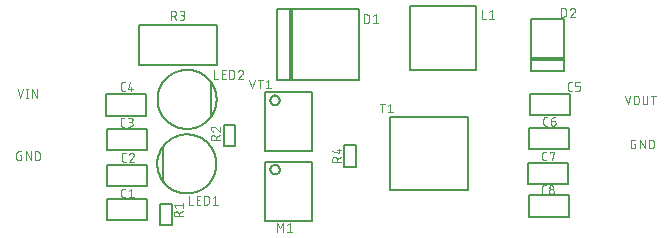
<source format=gbr>
G04 EAGLE Gerber RS-274X export*
G75*
%MOMM*%
%FSLAX34Y34*%
%LPD*%
%INSilkscreen Top*%
%IPPOS*%
%AMOC8*
5,1,8,0,0,1.08239X$1,22.5*%
G01*
%ADD10C,0.076200*%
%ADD11C,0.152400*%
%ADD12R,0.400000X6.000000*%
%ADD13R,2.800000X0.400000*%
%ADD14C,0.127000*%


D10*
X16381Y133247D02*
X18836Y125881D01*
X21292Y133247D01*
X24688Y133247D02*
X24688Y125881D01*
X23870Y125881D02*
X25507Y125881D01*
X25507Y133247D02*
X23870Y133247D01*
X28738Y133247D02*
X28738Y125881D01*
X32831Y125881D02*
X28738Y133247D01*
X32831Y133247D02*
X32831Y125881D01*
X19573Y77173D02*
X18346Y77173D01*
X19573Y77173D02*
X19573Y73081D01*
X17118Y73081D01*
X17040Y73083D01*
X16962Y73088D01*
X16885Y73098D01*
X16808Y73111D01*
X16732Y73127D01*
X16657Y73147D01*
X16583Y73171D01*
X16510Y73198D01*
X16438Y73229D01*
X16368Y73263D01*
X16299Y73300D01*
X16233Y73341D01*
X16168Y73385D01*
X16106Y73431D01*
X16046Y73481D01*
X15988Y73533D01*
X15933Y73588D01*
X15881Y73646D01*
X15831Y73706D01*
X15785Y73768D01*
X15741Y73833D01*
X15700Y73900D01*
X15663Y73968D01*
X15629Y74038D01*
X15598Y74110D01*
X15571Y74183D01*
X15547Y74257D01*
X15527Y74332D01*
X15511Y74408D01*
X15498Y74485D01*
X15488Y74562D01*
X15483Y74640D01*
X15481Y74718D01*
X15481Y78810D01*
X15483Y78890D01*
X15489Y78970D01*
X15499Y79050D01*
X15512Y79129D01*
X15530Y79208D01*
X15551Y79285D01*
X15577Y79361D01*
X15606Y79436D01*
X15638Y79510D01*
X15674Y79582D01*
X15714Y79652D01*
X15757Y79719D01*
X15803Y79785D01*
X15853Y79848D01*
X15905Y79909D01*
X15960Y79968D01*
X16019Y80023D01*
X16079Y80075D01*
X16143Y80125D01*
X16209Y80171D01*
X16276Y80214D01*
X16346Y80254D01*
X16418Y80290D01*
X16492Y80322D01*
X16566Y80351D01*
X16643Y80377D01*
X16720Y80398D01*
X16799Y80416D01*
X16878Y80429D01*
X16958Y80439D01*
X17038Y80445D01*
X17118Y80447D01*
X19573Y80447D01*
X23284Y80447D02*
X23284Y73081D01*
X27376Y73081D02*
X23284Y80447D01*
X27376Y80447D02*
X27376Y73081D01*
X31087Y73081D02*
X31087Y80447D01*
X33133Y80447D01*
X33222Y80445D01*
X33311Y80439D01*
X33400Y80429D01*
X33488Y80416D01*
X33576Y80399D01*
X33663Y80377D01*
X33748Y80352D01*
X33833Y80324D01*
X33916Y80291D01*
X33998Y80255D01*
X34078Y80216D01*
X34156Y80173D01*
X34232Y80127D01*
X34307Y80077D01*
X34379Y80024D01*
X34448Y79968D01*
X34515Y79909D01*
X34580Y79848D01*
X34641Y79783D01*
X34700Y79716D01*
X34756Y79647D01*
X34809Y79575D01*
X34859Y79500D01*
X34905Y79424D01*
X34948Y79346D01*
X34987Y79266D01*
X35023Y79184D01*
X35056Y79101D01*
X35084Y79016D01*
X35109Y78931D01*
X35131Y78844D01*
X35148Y78756D01*
X35161Y78668D01*
X35171Y78579D01*
X35177Y78490D01*
X35179Y78401D01*
X35179Y75127D01*
X35177Y75038D01*
X35171Y74949D01*
X35161Y74860D01*
X35148Y74772D01*
X35131Y74684D01*
X35109Y74597D01*
X35084Y74512D01*
X35056Y74427D01*
X35023Y74344D01*
X34987Y74262D01*
X34948Y74182D01*
X34905Y74104D01*
X34859Y74028D01*
X34809Y73953D01*
X34756Y73881D01*
X34700Y73812D01*
X34641Y73745D01*
X34580Y73680D01*
X34515Y73619D01*
X34448Y73560D01*
X34379Y73504D01*
X34307Y73451D01*
X34232Y73401D01*
X34156Y73355D01*
X34078Y73312D01*
X33998Y73273D01*
X33916Y73237D01*
X33833Y73204D01*
X33748Y73176D01*
X33663Y73151D01*
X33576Y73129D01*
X33488Y73112D01*
X33400Y73099D01*
X33311Y73089D01*
X33222Y73083D01*
X33133Y73081D01*
X31087Y73081D01*
X538346Y87173D02*
X539573Y87173D01*
X539573Y83081D01*
X537118Y83081D01*
X537040Y83083D01*
X536962Y83088D01*
X536885Y83098D01*
X536808Y83111D01*
X536732Y83127D01*
X536657Y83147D01*
X536583Y83171D01*
X536510Y83198D01*
X536438Y83229D01*
X536368Y83263D01*
X536300Y83300D01*
X536233Y83341D01*
X536168Y83385D01*
X536106Y83431D01*
X536046Y83481D01*
X535988Y83533D01*
X535933Y83588D01*
X535881Y83646D01*
X535831Y83706D01*
X535785Y83768D01*
X535741Y83833D01*
X535700Y83900D01*
X535663Y83968D01*
X535629Y84038D01*
X535598Y84110D01*
X535571Y84183D01*
X535547Y84257D01*
X535527Y84332D01*
X535511Y84408D01*
X535498Y84485D01*
X535488Y84562D01*
X535483Y84640D01*
X535481Y84718D01*
X535481Y88810D01*
X535483Y88890D01*
X535489Y88970D01*
X535499Y89050D01*
X535512Y89129D01*
X535530Y89208D01*
X535551Y89285D01*
X535577Y89361D01*
X535606Y89436D01*
X535638Y89510D01*
X535674Y89582D01*
X535714Y89652D01*
X535757Y89719D01*
X535803Y89785D01*
X535853Y89848D01*
X535905Y89909D01*
X535960Y89968D01*
X536019Y90023D01*
X536079Y90075D01*
X536143Y90125D01*
X536209Y90171D01*
X536276Y90214D01*
X536346Y90254D01*
X536418Y90290D01*
X536492Y90322D01*
X536566Y90351D01*
X536643Y90377D01*
X536720Y90398D01*
X536799Y90416D01*
X536878Y90429D01*
X536958Y90439D01*
X537038Y90445D01*
X537118Y90447D01*
X539573Y90447D01*
X543284Y90447D02*
X543284Y83081D01*
X547376Y83081D02*
X543284Y90447D01*
X547376Y90447D02*
X547376Y83081D01*
X551087Y83081D02*
X551087Y90447D01*
X553133Y90447D01*
X553222Y90445D01*
X553311Y90439D01*
X553400Y90429D01*
X553488Y90416D01*
X553576Y90399D01*
X553663Y90377D01*
X553748Y90352D01*
X553833Y90324D01*
X553916Y90291D01*
X553998Y90255D01*
X554078Y90216D01*
X554156Y90173D01*
X554232Y90127D01*
X554307Y90077D01*
X554379Y90024D01*
X554448Y89968D01*
X554515Y89909D01*
X554580Y89848D01*
X554641Y89783D01*
X554700Y89716D01*
X554756Y89647D01*
X554809Y89575D01*
X554859Y89500D01*
X554905Y89424D01*
X554948Y89346D01*
X554987Y89266D01*
X555023Y89184D01*
X555056Y89101D01*
X555084Y89016D01*
X555109Y88931D01*
X555131Y88844D01*
X555148Y88756D01*
X555161Y88668D01*
X555171Y88579D01*
X555177Y88490D01*
X555179Y88401D01*
X555179Y85127D01*
X555177Y85038D01*
X555171Y84949D01*
X555161Y84860D01*
X555148Y84772D01*
X555131Y84684D01*
X555109Y84597D01*
X555084Y84512D01*
X555056Y84427D01*
X555023Y84344D01*
X554987Y84262D01*
X554948Y84182D01*
X554905Y84104D01*
X554859Y84028D01*
X554809Y83953D01*
X554756Y83881D01*
X554700Y83812D01*
X554641Y83745D01*
X554580Y83680D01*
X554515Y83619D01*
X554448Y83560D01*
X554379Y83504D01*
X554307Y83451D01*
X554232Y83401D01*
X554156Y83355D01*
X554078Y83312D01*
X553998Y83273D01*
X553916Y83237D01*
X553833Y83204D01*
X553748Y83176D01*
X553663Y83151D01*
X553576Y83129D01*
X553488Y83112D01*
X553400Y83099D01*
X553311Y83089D01*
X553222Y83083D01*
X553133Y83081D01*
X551087Y83081D01*
X532836Y120381D02*
X530381Y127747D01*
X535292Y127747D02*
X532836Y120381D01*
X538105Y122427D02*
X538105Y125701D01*
X538106Y125701D02*
X538108Y125790D01*
X538114Y125879D01*
X538124Y125968D01*
X538137Y126056D01*
X538154Y126144D01*
X538176Y126231D01*
X538201Y126316D01*
X538229Y126401D01*
X538262Y126484D01*
X538298Y126566D01*
X538337Y126646D01*
X538380Y126724D01*
X538426Y126800D01*
X538476Y126875D01*
X538529Y126947D01*
X538585Y127016D01*
X538644Y127083D01*
X538705Y127148D01*
X538770Y127209D01*
X538837Y127268D01*
X538906Y127324D01*
X538978Y127377D01*
X539053Y127427D01*
X539129Y127473D01*
X539207Y127516D01*
X539287Y127555D01*
X539369Y127591D01*
X539452Y127624D01*
X539537Y127652D01*
X539622Y127677D01*
X539709Y127699D01*
X539797Y127716D01*
X539885Y127729D01*
X539974Y127739D01*
X540063Y127745D01*
X540152Y127747D01*
X540241Y127745D01*
X540330Y127739D01*
X540419Y127729D01*
X540507Y127716D01*
X540595Y127699D01*
X540682Y127677D01*
X540767Y127652D01*
X540852Y127624D01*
X540935Y127591D01*
X541017Y127555D01*
X541097Y127516D01*
X541175Y127473D01*
X541251Y127427D01*
X541326Y127377D01*
X541398Y127324D01*
X541467Y127268D01*
X541534Y127209D01*
X541599Y127148D01*
X541660Y127083D01*
X541719Y127016D01*
X541775Y126947D01*
X541828Y126875D01*
X541878Y126800D01*
X541924Y126724D01*
X541967Y126646D01*
X542006Y126566D01*
X542042Y126484D01*
X542075Y126401D01*
X542103Y126316D01*
X542128Y126231D01*
X542150Y126144D01*
X542167Y126056D01*
X542180Y125968D01*
X542190Y125879D01*
X542196Y125790D01*
X542198Y125701D01*
X542198Y122427D01*
X542196Y122338D01*
X542190Y122249D01*
X542180Y122160D01*
X542167Y122072D01*
X542150Y121984D01*
X542128Y121897D01*
X542103Y121812D01*
X542075Y121727D01*
X542042Y121644D01*
X542006Y121562D01*
X541967Y121482D01*
X541924Y121404D01*
X541878Y121328D01*
X541828Y121253D01*
X541775Y121181D01*
X541719Y121112D01*
X541660Y121045D01*
X541599Y120980D01*
X541534Y120919D01*
X541467Y120860D01*
X541398Y120804D01*
X541326Y120751D01*
X541251Y120701D01*
X541175Y120655D01*
X541097Y120612D01*
X541017Y120573D01*
X540935Y120537D01*
X540852Y120504D01*
X540767Y120476D01*
X540682Y120451D01*
X540595Y120429D01*
X540507Y120412D01*
X540419Y120399D01*
X540330Y120389D01*
X540241Y120383D01*
X540152Y120381D01*
X540063Y120383D01*
X539974Y120389D01*
X539885Y120399D01*
X539797Y120412D01*
X539709Y120429D01*
X539622Y120451D01*
X539537Y120476D01*
X539452Y120504D01*
X539369Y120537D01*
X539287Y120573D01*
X539207Y120612D01*
X539129Y120655D01*
X539053Y120701D01*
X538978Y120751D01*
X538906Y120804D01*
X538837Y120860D01*
X538770Y120919D01*
X538705Y120980D01*
X538644Y121045D01*
X538585Y121112D01*
X538529Y121181D01*
X538476Y121253D01*
X538426Y121328D01*
X538380Y121404D01*
X538337Y121482D01*
X538298Y121562D01*
X538262Y121644D01*
X538229Y121727D01*
X538201Y121812D01*
X538176Y121897D01*
X538154Y121984D01*
X538137Y122072D01*
X538124Y122160D01*
X538114Y122249D01*
X538108Y122338D01*
X538106Y122427D01*
X545664Y122427D02*
X545664Y127747D01*
X545665Y122427D02*
X545667Y122338D01*
X545673Y122249D01*
X545683Y122160D01*
X545696Y122072D01*
X545713Y121984D01*
X545735Y121897D01*
X545760Y121812D01*
X545788Y121727D01*
X545821Y121644D01*
X545857Y121562D01*
X545896Y121482D01*
X545939Y121404D01*
X545985Y121328D01*
X546035Y121253D01*
X546088Y121181D01*
X546144Y121112D01*
X546203Y121045D01*
X546264Y120980D01*
X546329Y120919D01*
X546396Y120860D01*
X546465Y120804D01*
X546537Y120751D01*
X546612Y120701D01*
X546688Y120655D01*
X546766Y120612D01*
X546846Y120573D01*
X546928Y120537D01*
X547011Y120504D01*
X547096Y120476D01*
X547181Y120451D01*
X547268Y120429D01*
X547356Y120412D01*
X547444Y120399D01*
X547533Y120389D01*
X547622Y120383D01*
X547711Y120381D01*
X547800Y120383D01*
X547889Y120389D01*
X547978Y120399D01*
X548066Y120412D01*
X548154Y120429D01*
X548241Y120451D01*
X548326Y120476D01*
X548411Y120504D01*
X548494Y120537D01*
X548576Y120573D01*
X548656Y120612D01*
X548734Y120655D01*
X548810Y120701D01*
X548885Y120751D01*
X548957Y120804D01*
X549026Y120860D01*
X549093Y120919D01*
X549158Y120980D01*
X549219Y121045D01*
X549278Y121112D01*
X549334Y121181D01*
X549387Y121253D01*
X549437Y121328D01*
X549483Y121404D01*
X549526Y121482D01*
X549565Y121562D01*
X549601Y121644D01*
X549634Y121727D01*
X549662Y121812D01*
X549687Y121897D01*
X549709Y121984D01*
X549726Y122072D01*
X549739Y122160D01*
X549749Y122249D01*
X549755Y122338D01*
X549757Y122427D01*
X549757Y127747D01*
X554782Y127747D02*
X554782Y120381D01*
X552736Y127747D02*
X556828Y127747D01*
D11*
X125500Y128900D02*
X125500Y110900D01*
X91500Y110900D01*
X91500Y128900D01*
X125500Y128900D01*
D10*
X107155Y131781D02*
X105518Y131781D01*
X105440Y131783D01*
X105362Y131788D01*
X105285Y131798D01*
X105208Y131811D01*
X105132Y131827D01*
X105057Y131847D01*
X104983Y131871D01*
X104910Y131898D01*
X104838Y131929D01*
X104768Y131963D01*
X104700Y132000D01*
X104633Y132041D01*
X104568Y132085D01*
X104506Y132131D01*
X104446Y132181D01*
X104388Y132233D01*
X104333Y132288D01*
X104281Y132346D01*
X104231Y132406D01*
X104185Y132468D01*
X104141Y132533D01*
X104100Y132600D01*
X104063Y132668D01*
X104029Y132738D01*
X103998Y132810D01*
X103971Y132883D01*
X103947Y132957D01*
X103927Y133032D01*
X103911Y133108D01*
X103898Y133185D01*
X103888Y133262D01*
X103883Y133340D01*
X103881Y133418D01*
X103881Y137510D01*
X103883Y137590D01*
X103889Y137670D01*
X103899Y137750D01*
X103912Y137829D01*
X103930Y137908D01*
X103951Y137985D01*
X103977Y138061D01*
X104006Y138136D01*
X104038Y138210D01*
X104074Y138282D01*
X104114Y138352D01*
X104157Y138419D01*
X104203Y138485D01*
X104253Y138548D01*
X104305Y138609D01*
X104360Y138668D01*
X104419Y138723D01*
X104479Y138775D01*
X104543Y138825D01*
X104609Y138871D01*
X104676Y138914D01*
X104746Y138954D01*
X104818Y138990D01*
X104892Y139022D01*
X104966Y139051D01*
X105043Y139077D01*
X105120Y139098D01*
X105199Y139116D01*
X105278Y139129D01*
X105358Y139139D01*
X105438Y139145D01*
X105518Y139147D01*
X107155Y139147D01*
X111637Y139147D02*
X110000Y133418D01*
X114092Y133418D01*
X112865Y135055D02*
X112865Y131781D01*
D11*
X483900Y129200D02*
X483900Y111200D01*
X449900Y111200D01*
X449900Y129200D01*
X483900Y129200D01*
D10*
X484118Y131981D02*
X485755Y131981D01*
X484118Y131981D02*
X484040Y131983D01*
X483962Y131988D01*
X483885Y131998D01*
X483808Y132011D01*
X483732Y132027D01*
X483657Y132047D01*
X483583Y132071D01*
X483510Y132098D01*
X483438Y132129D01*
X483368Y132163D01*
X483300Y132200D01*
X483233Y132241D01*
X483168Y132285D01*
X483106Y132331D01*
X483046Y132381D01*
X482988Y132433D01*
X482933Y132488D01*
X482881Y132546D01*
X482831Y132606D01*
X482785Y132668D01*
X482741Y132733D01*
X482700Y132800D01*
X482663Y132868D01*
X482629Y132938D01*
X482598Y133010D01*
X482571Y133083D01*
X482547Y133157D01*
X482527Y133232D01*
X482511Y133308D01*
X482498Y133385D01*
X482488Y133462D01*
X482483Y133540D01*
X482481Y133618D01*
X482481Y137710D01*
X482483Y137790D01*
X482489Y137870D01*
X482499Y137950D01*
X482512Y138029D01*
X482530Y138108D01*
X482551Y138185D01*
X482577Y138261D01*
X482606Y138336D01*
X482638Y138410D01*
X482674Y138482D01*
X482714Y138552D01*
X482757Y138619D01*
X482803Y138685D01*
X482853Y138748D01*
X482905Y138809D01*
X482960Y138868D01*
X483019Y138923D01*
X483079Y138975D01*
X483143Y139025D01*
X483209Y139071D01*
X483276Y139114D01*
X483346Y139154D01*
X483418Y139190D01*
X483492Y139222D01*
X483566Y139251D01*
X483643Y139277D01*
X483720Y139298D01*
X483799Y139316D01*
X483878Y139329D01*
X483958Y139339D01*
X484038Y139345D01*
X484118Y139347D01*
X485755Y139347D01*
X488600Y131981D02*
X491055Y131981D01*
X491133Y131983D01*
X491211Y131988D01*
X491288Y131998D01*
X491365Y132011D01*
X491441Y132027D01*
X491516Y132047D01*
X491590Y132071D01*
X491663Y132098D01*
X491735Y132129D01*
X491805Y132163D01*
X491874Y132200D01*
X491940Y132241D01*
X492005Y132285D01*
X492067Y132331D01*
X492127Y132381D01*
X492185Y132433D01*
X492240Y132488D01*
X492292Y132546D01*
X492342Y132606D01*
X492388Y132668D01*
X492432Y132733D01*
X492473Y132800D01*
X492510Y132868D01*
X492544Y132938D01*
X492575Y133010D01*
X492602Y133083D01*
X492626Y133157D01*
X492646Y133232D01*
X492662Y133308D01*
X492675Y133385D01*
X492685Y133462D01*
X492690Y133540D01*
X492692Y133618D01*
X492692Y134436D01*
X492690Y134514D01*
X492685Y134592D01*
X492675Y134669D01*
X492662Y134746D01*
X492646Y134822D01*
X492626Y134897D01*
X492602Y134971D01*
X492575Y135044D01*
X492544Y135116D01*
X492510Y135186D01*
X492473Y135255D01*
X492432Y135321D01*
X492388Y135386D01*
X492342Y135448D01*
X492292Y135508D01*
X492240Y135566D01*
X492185Y135621D01*
X492127Y135673D01*
X492067Y135723D01*
X492005Y135769D01*
X491940Y135813D01*
X491874Y135854D01*
X491805Y135891D01*
X491735Y135925D01*
X491663Y135956D01*
X491590Y135983D01*
X491516Y136007D01*
X491441Y136027D01*
X491365Y136043D01*
X491288Y136056D01*
X491211Y136066D01*
X491133Y136071D01*
X491055Y136073D01*
X488600Y136073D01*
X488600Y139347D01*
X492692Y139347D01*
D11*
X305800Y200800D02*
X235800Y200800D01*
X305800Y200800D02*
X305800Y140800D01*
X235800Y140800D01*
X235800Y200800D01*
D12*
X247800Y170800D03*
D10*
X309981Y189081D02*
X309981Y196447D01*
X312027Y196447D01*
X312116Y196445D01*
X312205Y196439D01*
X312294Y196429D01*
X312382Y196416D01*
X312470Y196399D01*
X312557Y196377D01*
X312642Y196352D01*
X312727Y196324D01*
X312810Y196291D01*
X312892Y196255D01*
X312972Y196216D01*
X313050Y196173D01*
X313126Y196127D01*
X313201Y196077D01*
X313273Y196024D01*
X313342Y195968D01*
X313409Y195909D01*
X313474Y195848D01*
X313535Y195783D01*
X313594Y195716D01*
X313650Y195647D01*
X313703Y195575D01*
X313753Y195500D01*
X313799Y195424D01*
X313842Y195346D01*
X313881Y195266D01*
X313917Y195184D01*
X313950Y195101D01*
X313978Y195016D01*
X314003Y194931D01*
X314025Y194844D01*
X314042Y194756D01*
X314055Y194668D01*
X314065Y194579D01*
X314071Y194490D01*
X314073Y194401D01*
X314073Y191127D01*
X314071Y191038D01*
X314065Y190949D01*
X314055Y190860D01*
X314042Y190772D01*
X314025Y190684D01*
X314003Y190597D01*
X313978Y190512D01*
X313950Y190427D01*
X313917Y190344D01*
X313881Y190262D01*
X313842Y190182D01*
X313799Y190104D01*
X313753Y190028D01*
X313703Y189953D01*
X313650Y189881D01*
X313594Y189812D01*
X313535Y189745D01*
X313474Y189680D01*
X313409Y189619D01*
X313342Y189560D01*
X313273Y189504D01*
X313201Y189451D01*
X313126Y189401D01*
X313050Y189355D01*
X312972Y189312D01*
X312892Y189273D01*
X312810Y189237D01*
X312727Y189204D01*
X312642Y189176D01*
X312557Y189151D01*
X312470Y189129D01*
X312382Y189112D01*
X312294Y189099D01*
X312205Y189089D01*
X312116Y189083D01*
X312027Y189081D01*
X309981Y189081D01*
X317540Y194810D02*
X319586Y196447D01*
X319586Y189081D01*
X317540Y189081D02*
X321632Y189081D01*
D11*
X451200Y192900D02*
X451200Y148900D01*
X451200Y192900D02*
X479200Y192900D01*
X479200Y148900D01*
X451200Y148900D01*
D13*
X465200Y158900D03*
D10*
X476768Y194653D02*
X476768Y202019D01*
X478814Y202019D01*
X478903Y202017D01*
X478992Y202011D01*
X479081Y202001D01*
X479169Y201988D01*
X479257Y201971D01*
X479344Y201949D01*
X479429Y201924D01*
X479514Y201896D01*
X479597Y201863D01*
X479679Y201827D01*
X479759Y201788D01*
X479837Y201745D01*
X479913Y201699D01*
X479988Y201649D01*
X480060Y201596D01*
X480129Y201540D01*
X480196Y201481D01*
X480261Y201420D01*
X480322Y201355D01*
X480381Y201288D01*
X480437Y201219D01*
X480490Y201147D01*
X480540Y201072D01*
X480586Y200996D01*
X480629Y200918D01*
X480668Y200838D01*
X480704Y200756D01*
X480737Y200673D01*
X480765Y200588D01*
X480790Y200503D01*
X480812Y200416D01*
X480829Y200328D01*
X480842Y200240D01*
X480852Y200151D01*
X480858Y200062D01*
X480860Y199973D01*
X480860Y196699D01*
X480858Y196610D01*
X480852Y196521D01*
X480842Y196432D01*
X480829Y196344D01*
X480812Y196256D01*
X480790Y196169D01*
X480765Y196084D01*
X480737Y195999D01*
X480704Y195916D01*
X480668Y195834D01*
X480629Y195754D01*
X480586Y195676D01*
X480540Y195600D01*
X480490Y195525D01*
X480437Y195453D01*
X480381Y195384D01*
X480322Y195317D01*
X480261Y195252D01*
X480196Y195191D01*
X480129Y195132D01*
X480060Y195076D01*
X479988Y195023D01*
X479913Y194973D01*
X479837Y194927D01*
X479759Y194884D01*
X479679Y194845D01*
X479597Y194809D01*
X479514Y194776D01*
X479429Y194748D01*
X479344Y194723D01*
X479257Y194701D01*
X479169Y194684D01*
X479081Y194671D01*
X478992Y194661D01*
X478903Y194655D01*
X478814Y194653D01*
X476768Y194653D01*
X486578Y202020D02*
X486663Y202018D01*
X486748Y202012D01*
X486832Y202002D01*
X486916Y201989D01*
X487000Y201971D01*
X487082Y201950D01*
X487163Y201925D01*
X487243Y201896D01*
X487322Y201863D01*
X487399Y201827D01*
X487474Y201787D01*
X487548Y201744D01*
X487619Y201698D01*
X487688Y201648D01*
X487755Y201595D01*
X487819Y201539D01*
X487880Y201480D01*
X487939Y201419D01*
X487995Y201355D01*
X488048Y201288D01*
X488098Y201219D01*
X488144Y201148D01*
X488187Y201074D01*
X488227Y200999D01*
X488263Y200922D01*
X488296Y200843D01*
X488325Y200763D01*
X488350Y200682D01*
X488371Y200600D01*
X488389Y200516D01*
X488402Y200432D01*
X488412Y200348D01*
X488418Y200263D01*
X488420Y200178D01*
X486578Y202019D02*
X486482Y202017D01*
X486386Y202011D01*
X486291Y202001D01*
X486196Y201988D01*
X486101Y201970D01*
X486008Y201949D01*
X485915Y201924D01*
X485824Y201895D01*
X485733Y201863D01*
X485644Y201827D01*
X485557Y201787D01*
X485471Y201744D01*
X485387Y201698D01*
X485305Y201648D01*
X485225Y201594D01*
X485148Y201538D01*
X485073Y201478D01*
X485000Y201416D01*
X484930Y201350D01*
X484862Y201282D01*
X484797Y201211D01*
X484736Y201138D01*
X484677Y201062D01*
X484621Y200983D01*
X484569Y200903D01*
X484520Y200820D01*
X484474Y200736D01*
X484432Y200650D01*
X484394Y200562D01*
X484359Y200473D01*
X484327Y200382D01*
X487805Y198746D02*
X487865Y198805D01*
X487922Y198867D01*
X487977Y198931D01*
X488028Y198998D01*
X488077Y199067D01*
X488123Y199137D01*
X488166Y199210D01*
X488206Y199284D01*
X488242Y199360D01*
X488275Y199438D01*
X488305Y199517D01*
X488332Y199597D01*
X488355Y199678D01*
X488374Y199760D01*
X488390Y199842D01*
X488403Y199926D01*
X488412Y200010D01*
X488417Y200094D01*
X488419Y200178D01*
X487805Y198745D02*
X484327Y194653D01*
X488419Y194653D01*
D14*
X404300Y203300D02*
X348300Y203300D01*
X404300Y203300D02*
X404300Y149300D01*
X348300Y149300D01*
X348300Y203300D01*
D10*
X409881Y199947D02*
X409881Y192581D01*
X413155Y192581D01*
X415961Y198310D02*
X418007Y199947D01*
X418007Y192581D01*
X415961Y192581D02*
X420054Y192581D01*
D14*
X134700Y70000D02*
X134708Y70614D01*
X134730Y71227D01*
X134768Y71839D01*
X134820Y72450D01*
X134888Y73060D01*
X134971Y73668D01*
X135068Y74274D01*
X135180Y74877D01*
X135307Y75478D01*
X135449Y76075D01*
X135606Y76668D01*
X135776Y77257D01*
X135962Y77842D01*
X136161Y78422D01*
X136375Y78997D01*
X136603Y79567D01*
X136845Y80131D01*
X137100Y80689D01*
X137369Y81240D01*
X137652Y81785D01*
X137948Y82322D01*
X138257Y82853D01*
X138579Y83375D01*
X138913Y83889D01*
X139260Y84395D01*
X139620Y84892D01*
X139991Y85381D01*
X140375Y85860D01*
X140770Y86329D01*
X141176Y86789D01*
X141594Y87239D01*
X142022Y87678D01*
X142461Y88106D01*
X142911Y88524D01*
X143371Y88930D01*
X143840Y89325D01*
X144319Y89709D01*
X144808Y90080D01*
X145305Y90440D01*
X145811Y90787D01*
X146325Y91121D01*
X146847Y91443D01*
X147378Y91752D01*
X147915Y92048D01*
X148460Y92331D01*
X149011Y92600D01*
X149569Y92855D01*
X150133Y93097D01*
X150703Y93325D01*
X151278Y93539D01*
X151858Y93738D01*
X152443Y93924D01*
X153032Y94094D01*
X153625Y94251D01*
X154222Y94393D01*
X154823Y94520D01*
X155426Y94632D01*
X156032Y94729D01*
X156640Y94812D01*
X157250Y94880D01*
X157861Y94932D01*
X158473Y94970D01*
X159086Y94992D01*
X159700Y95000D01*
X160314Y94992D01*
X160927Y94970D01*
X161539Y94932D01*
X162150Y94880D01*
X162760Y94812D01*
X163368Y94729D01*
X163974Y94632D01*
X164577Y94520D01*
X165178Y94393D01*
X165775Y94251D01*
X166368Y94094D01*
X166957Y93924D01*
X167542Y93738D01*
X168122Y93539D01*
X168697Y93325D01*
X169267Y93097D01*
X169831Y92855D01*
X170389Y92600D01*
X170940Y92331D01*
X171485Y92048D01*
X172022Y91752D01*
X172553Y91443D01*
X173075Y91121D01*
X173589Y90787D01*
X174095Y90440D01*
X174592Y90080D01*
X175081Y89709D01*
X175560Y89325D01*
X176029Y88930D01*
X176489Y88524D01*
X176939Y88106D01*
X177378Y87678D01*
X177806Y87239D01*
X178224Y86789D01*
X178630Y86329D01*
X179025Y85860D01*
X179409Y85381D01*
X179780Y84892D01*
X180140Y84395D01*
X180487Y83889D01*
X180821Y83375D01*
X181143Y82853D01*
X181452Y82322D01*
X181748Y81785D01*
X182031Y81240D01*
X182300Y80689D01*
X182555Y80131D01*
X182797Y79567D01*
X183025Y78997D01*
X183239Y78422D01*
X183438Y77842D01*
X183624Y77257D01*
X183794Y76668D01*
X183951Y76075D01*
X184093Y75478D01*
X184220Y74877D01*
X184332Y74274D01*
X184429Y73668D01*
X184512Y73060D01*
X184580Y72450D01*
X184632Y71839D01*
X184670Y71227D01*
X184692Y70614D01*
X184700Y70000D01*
X184692Y69386D01*
X184670Y68773D01*
X184632Y68161D01*
X184580Y67550D01*
X184512Y66940D01*
X184429Y66332D01*
X184332Y65726D01*
X184220Y65123D01*
X184093Y64522D01*
X183951Y63925D01*
X183794Y63332D01*
X183624Y62743D01*
X183438Y62158D01*
X183239Y61578D01*
X183025Y61003D01*
X182797Y60433D01*
X182555Y59869D01*
X182300Y59311D01*
X182031Y58760D01*
X181748Y58215D01*
X181452Y57678D01*
X181143Y57147D01*
X180821Y56625D01*
X180487Y56111D01*
X180140Y55605D01*
X179780Y55108D01*
X179409Y54619D01*
X179025Y54140D01*
X178630Y53671D01*
X178224Y53211D01*
X177806Y52761D01*
X177378Y52322D01*
X176939Y51894D01*
X176489Y51476D01*
X176029Y51070D01*
X175560Y50675D01*
X175081Y50291D01*
X174592Y49920D01*
X174095Y49560D01*
X173589Y49213D01*
X173075Y48879D01*
X172553Y48557D01*
X172022Y48248D01*
X171485Y47952D01*
X170940Y47669D01*
X170389Y47400D01*
X169831Y47145D01*
X169267Y46903D01*
X168697Y46675D01*
X168122Y46461D01*
X167542Y46262D01*
X166957Y46076D01*
X166368Y45906D01*
X165775Y45749D01*
X165178Y45607D01*
X164577Y45480D01*
X163974Y45368D01*
X163368Y45271D01*
X162760Y45188D01*
X162150Y45120D01*
X161539Y45068D01*
X160927Y45030D01*
X160314Y45008D01*
X159700Y45000D01*
X159086Y45008D01*
X158473Y45030D01*
X157861Y45068D01*
X157250Y45120D01*
X156640Y45188D01*
X156032Y45271D01*
X155426Y45368D01*
X154823Y45480D01*
X154222Y45607D01*
X153625Y45749D01*
X153032Y45906D01*
X152443Y46076D01*
X151858Y46262D01*
X151278Y46461D01*
X150703Y46675D01*
X150133Y46903D01*
X149569Y47145D01*
X149011Y47400D01*
X148460Y47669D01*
X147915Y47952D01*
X147378Y48248D01*
X146847Y48557D01*
X146325Y48879D01*
X145811Y49213D01*
X145305Y49560D01*
X144808Y49920D01*
X144319Y50291D01*
X143840Y50675D01*
X143371Y51070D01*
X142911Y51476D01*
X142461Y51894D01*
X142022Y52322D01*
X141594Y52761D01*
X141176Y53211D01*
X140770Y53671D01*
X140375Y54140D01*
X139991Y54619D01*
X139620Y55108D01*
X139260Y55605D01*
X138913Y56111D01*
X138579Y56625D01*
X138257Y57147D01*
X137948Y57678D01*
X137652Y58215D01*
X137369Y58760D01*
X137100Y59311D01*
X136845Y59869D01*
X136603Y60433D01*
X136375Y61003D01*
X136161Y61578D01*
X135962Y62158D01*
X135776Y62743D01*
X135606Y63332D01*
X135449Y63925D01*
X135307Y64522D01*
X135180Y65123D01*
X135068Y65726D01*
X134971Y66332D01*
X134888Y66940D01*
X134820Y67550D01*
X134768Y68161D01*
X134730Y68773D01*
X134708Y69386D01*
X134700Y70000D01*
D11*
X139700Y55000D02*
X139700Y85000D01*
D10*
X161604Y42769D02*
X161604Y35403D01*
X164878Y35403D01*
X167944Y35403D02*
X171217Y35403D01*
X167944Y35403D02*
X167944Y42769D01*
X171217Y42769D01*
X170399Y39495D02*
X167944Y39495D01*
X174268Y42769D02*
X174268Y35403D01*
X174268Y42769D02*
X176314Y42769D01*
X176403Y42767D01*
X176492Y42761D01*
X176581Y42751D01*
X176669Y42738D01*
X176757Y42721D01*
X176844Y42699D01*
X176929Y42674D01*
X177014Y42646D01*
X177097Y42613D01*
X177179Y42577D01*
X177259Y42538D01*
X177337Y42495D01*
X177413Y42449D01*
X177488Y42399D01*
X177560Y42346D01*
X177629Y42290D01*
X177696Y42231D01*
X177761Y42170D01*
X177822Y42105D01*
X177881Y42038D01*
X177937Y41969D01*
X177990Y41897D01*
X178040Y41822D01*
X178086Y41746D01*
X178129Y41668D01*
X178168Y41588D01*
X178204Y41506D01*
X178237Y41423D01*
X178265Y41338D01*
X178290Y41253D01*
X178312Y41166D01*
X178329Y41078D01*
X178342Y40990D01*
X178352Y40901D01*
X178358Y40812D01*
X178360Y40723D01*
X178360Y37449D01*
X178358Y37360D01*
X178352Y37271D01*
X178342Y37182D01*
X178329Y37094D01*
X178312Y37006D01*
X178290Y36919D01*
X178265Y36834D01*
X178237Y36749D01*
X178204Y36666D01*
X178168Y36584D01*
X178129Y36504D01*
X178086Y36426D01*
X178040Y36350D01*
X177990Y36275D01*
X177937Y36203D01*
X177881Y36134D01*
X177822Y36067D01*
X177761Y36002D01*
X177696Y35941D01*
X177629Y35882D01*
X177560Y35826D01*
X177488Y35773D01*
X177413Y35723D01*
X177337Y35677D01*
X177259Y35634D01*
X177179Y35595D01*
X177097Y35559D01*
X177014Y35526D01*
X176929Y35498D01*
X176844Y35473D01*
X176757Y35451D01*
X176669Y35434D01*
X176581Y35421D01*
X176492Y35411D01*
X176403Y35405D01*
X176314Y35403D01*
X174268Y35403D01*
X181827Y41132D02*
X183873Y42769D01*
X183873Y35403D01*
X181827Y35403D02*
X185919Y35403D01*
D14*
X134900Y124600D02*
X134908Y125214D01*
X134930Y125827D01*
X134968Y126439D01*
X135020Y127050D01*
X135088Y127660D01*
X135171Y128268D01*
X135268Y128874D01*
X135380Y129477D01*
X135507Y130078D01*
X135649Y130675D01*
X135806Y131268D01*
X135976Y131857D01*
X136162Y132442D01*
X136361Y133022D01*
X136575Y133597D01*
X136803Y134167D01*
X137045Y134731D01*
X137300Y135289D01*
X137569Y135840D01*
X137852Y136385D01*
X138148Y136922D01*
X138457Y137453D01*
X138779Y137975D01*
X139113Y138489D01*
X139460Y138995D01*
X139820Y139492D01*
X140191Y139981D01*
X140575Y140460D01*
X140970Y140929D01*
X141376Y141389D01*
X141794Y141839D01*
X142222Y142278D01*
X142661Y142706D01*
X143111Y143124D01*
X143571Y143530D01*
X144040Y143925D01*
X144519Y144309D01*
X145008Y144680D01*
X145505Y145040D01*
X146011Y145387D01*
X146525Y145721D01*
X147047Y146043D01*
X147578Y146352D01*
X148115Y146648D01*
X148660Y146931D01*
X149211Y147200D01*
X149769Y147455D01*
X150333Y147697D01*
X150903Y147925D01*
X151478Y148139D01*
X152058Y148338D01*
X152643Y148524D01*
X153232Y148694D01*
X153825Y148851D01*
X154422Y148993D01*
X155023Y149120D01*
X155626Y149232D01*
X156232Y149329D01*
X156840Y149412D01*
X157450Y149480D01*
X158061Y149532D01*
X158673Y149570D01*
X159286Y149592D01*
X159900Y149600D01*
X160514Y149592D01*
X161127Y149570D01*
X161739Y149532D01*
X162350Y149480D01*
X162960Y149412D01*
X163568Y149329D01*
X164174Y149232D01*
X164777Y149120D01*
X165378Y148993D01*
X165975Y148851D01*
X166568Y148694D01*
X167157Y148524D01*
X167742Y148338D01*
X168322Y148139D01*
X168897Y147925D01*
X169467Y147697D01*
X170031Y147455D01*
X170589Y147200D01*
X171140Y146931D01*
X171685Y146648D01*
X172222Y146352D01*
X172753Y146043D01*
X173275Y145721D01*
X173789Y145387D01*
X174295Y145040D01*
X174792Y144680D01*
X175281Y144309D01*
X175760Y143925D01*
X176229Y143530D01*
X176689Y143124D01*
X177139Y142706D01*
X177578Y142278D01*
X178006Y141839D01*
X178424Y141389D01*
X178830Y140929D01*
X179225Y140460D01*
X179609Y139981D01*
X179980Y139492D01*
X180340Y138995D01*
X180687Y138489D01*
X181021Y137975D01*
X181343Y137453D01*
X181652Y136922D01*
X181948Y136385D01*
X182231Y135840D01*
X182500Y135289D01*
X182755Y134731D01*
X182997Y134167D01*
X183225Y133597D01*
X183439Y133022D01*
X183638Y132442D01*
X183824Y131857D01*
X183994Y131268D01*
X184151Y130675D01*
X184293Y130078D01*
X184420Y129477D01*
X184532Y128874D01*
X184629Y128268D01*
X184712Y127660D01*
X184780Y127050D01*
X184832Y126439D01*
X184870Y125827D01*
X184892Y125214D01*
X184900Y124600D01*
X184892Y123986D01*
X184870Y123373D01*
X184832Y122761D01*
X184780Y122150D01*
X184712Y121540D01*
X184629Y120932D01*
X184532Y120326D01*
X184420Y119723D01*
X184293Y119122D01*
X184151Y118525D01*
X183994Y117932D01*
X183824Y117343D01*
X183638Y116758D01*
X183439Y116178D01*
X183225Y115603D01*
X182997Y115033D01*
X182755Y114469D01*
X182500Y113911D01*
X182231Y113360D01*
X181948Y112815D01*
X181652Y112278D01*
X181343Y111747D01*
X181021Y111225D01*
X180687Y110711D01*
X180340Y110205D01*
X179980Y109708D01*
X179609Y109219D01*
X179225Y108740D01*
X178830Y108271D01*
X178424Y107811D01*
X178006Y107361D01*
X177578Y106922D01*
X177139Y106494D01*
X176689Y106076D01*
X176229Y105670D01*
X175760Y105275D01*
X175281Y104891D01*
X174792Y104520D01*
X174295Y104160D01*
X173789Y103813D01*
X173275Y103479D01*
X172753Y103157D01*
X172222Y102848D01*
X171685Y102552D01*
X171140Y102269D01*
X170589Y102000D01*
X170031Y101745D01*
X169467Y101503D01*
X168897Y101275D01*
X168322Y101061D01*
X167742Y100862D01*
X167157Y100676D01*
X166568Y100506D01*
X165975Y100349D01*
X165378Y100207D01*
X164777Y100080D01*
X164174Y99968D01*
X163568Y99871D01*
X162960Y99788D01*
X162350Y99720D01*
X161739Y99668D01*
X161127Y99630D01*
X160514Y99608D01*
X159900Y99600D01*
X159286Y99608D01*
X158673Y99630D01*
X158061Y99668D01*
X157450Y99720D01*
X156840Y99788D01*
X156232Y99871D01*
X155626Y99968D01*
X155023Y100080D01*
X154422Y100207D01*
X153825Y100349D01*
X153232Y100506D01*
X152643Y100676D01*
X152058Y100862D01*
X151478Y101061D01*
X150903Y101275D01*
X150333Y101503D01*
X149769Y101745D01*
X149211Y102000D01*
X148660Y102269D01*
X148115Y102552D01*
X147578Y102848D01*
X147047Y103157D01*
X146525Y103479D01*
X146011Y103813D01*
X145505Y104160D01*
X145008Y104520D01*
X144519Y104891D01*
X144040Y105275D01*
X143571Y105670D01*
X143111Y106076D01*
X142661Y106494D01*
X142222Y106922D01*
X141794Y107361D01*
X141376Y107811D01*
X140970Y108271D01*
X140575Y108740D01*
X140191Y109219D01*
X139820Y109708D01*
X139460Y110205D01*
X139113Y110711D01*
X138779Y111225D01*
X138457Y111747D01*
X138148Y112278D01*
X137852Y112815D01*
X137569Y113360D01*
X137300Y113911D01*
X137045Y114469D01*
X136803Y115033D01*
X136575Y115603D01*
X136361Y116178D01*
X136162Y116758D01*
X135976Y117343D01*
X135806Y117932D01*
X135649Y118525D01*
X135507Y119122D01*
X135380Y119723D01*
X135268Y120326D01*
X135171Y120932D01*
X135088Y121540D01*
X135020Y122150D01*
X134968Y122761D01*
X134930Y123373D01*
X134908Y123986D01*
X134900Y124600D01*
D11*
X179900Y139600D02*
X179900Y109600D01*
D10*
X183081Y142131D02*
X183081Y149497D01*
X183081Y142131D02*
X186355Y142131D01*
X189421Y142131D02*
X192695Y142131D01*
X189421Y142131D02*
X189421Y149497D01*
X192695Y149497D01*
X191876Y146223D02*
X189421Y146223D01*
X195745Y149497D02*
X195745Y142131D01*
X195745Y149497D02*
X197791Y149497D01*
X197880Y149495D01*
X197969Y149489D01*
X198058Y149479D01*
X198146Y149466D01*
X198234Y149449D01*
X198321Y149427D01*
X198406Y149402D01*
X198491Y149374D01*
X198574Y149341D01*
X198656Y149305D01*
X198736Y149266D01*
X198814Y149223D01*
X198890Y149177D01*
X198965Y149127D01*
X199037Y149074D01*
X199106Y149018D01*
X199173Y148959D01*
X199238Y148898D01*
X199299Y148833D01*
X199358Y148766D01*
X199414Y148697D01*
X199467Y148625D01*
X199517Y148550D01*
X199563Y148474D01*
X199606Y148396D01*
X199645Y148316D01*
X199681Y148234D01*
X199714Y148151D01*
X199742Y148066D01*
X199767Y147981D01*
X199789Y147894D01*
X199806Y147806D01*
X199819Y147718D01*
X199829Y147629D01*
X199835Y147540D01*
X199837Y147451D01*
X199837Y144177D01*
X199835Y144088D01*
X199829Y143999D01*
X199819Y143910D01*
X199806Y143822D01*
X199789Y143734D01*
X199767Y143647D01*
X199742Y143562D01*
X199714Y143477D01*
X199681Y143394D01*
X199645Y143312D01*
X199606Y143232D01*
X199563Y143154D01*
X199517Y143078D01*
X199467Y143003D01*
X199414Y142931D01*
X199358Y142862D01*
X199299Y142795D01*
X199238Y142730D01*
X199173Y142669D01*
X199106Y142610D01*
X199037Y142554D01*
X198965Y142501D01*
X198890Y142451D01*
X198814Y142405D01*
X198736Y142362D01*
X198656Y142323D01*
X198574Y142287D01*
X198491Y142254D01*
X198406Y142226D01*
X198321Y142201D01*
X198234Y142179D01*
X198146Y142162D01*
X198058Y142149D01*
X197969Y142139D01*
X197880Y142133D01*
X197791Y142131D01*
X195745Y142131D01*
X205555Y149498D02*
X205640Y149496D01*
X205725Y149490D01*
X205809Y149480D01*
X205893Y149467D01*
X205977Y149449D01*
X206059Y149428D01*
X206140Y149403D01*
X206220Y149374D01*
X206299Y149341D01*
X206376Y149305D01*
X206451Y149265D01*
X206525Y149222D01*
X206596Y149176D01*
X206665Y149126D01*
X206732Y149073D01*
X206796Y149017D01*
X206857Y148958D01*
X206916Y148897D01*
X206972Y148833D01*
X207025Y148766D01*
X207075Y148697D01*
X207121Y148626D01*
X207164Y148552D01*
X207204Y148477D01*
X207240Y148400D01*
X207273Y148321D01*
X207302Y148241D01*
X207327Y148160D01*
X207348Y148078D01*
X207366Y147994D01*
X207379Y147910D01*
X207389Y147826D01*
X207395Y147741D01*
X207397Y147656D01*
X205555Y149497D02*
X205459Y149495D01*
X205363Y149489D01*
X205268Y149479D01*
X205173Y149466D01*
X205078Y149448D01*
X204985Y149427D01*
X204892Y149402D01*
X204801Y149373D01*
X204710Y149341D01*
X204621Y149305D01*
X204534Y149265D01*
X204448Y149222D01*
X204364Y149176D01*
X204282Y149126D01*
X204202Y149072D01*
X204125Y149016D01*
X204050Y148956D01*
X203977Y148894D01*
X203907Y148828D01*
X203839Y148760D01*
X203774Y148689D01*
X203713Y148616D01*
X203654Y148540D01*
X203598Y148461D01*
X203546Y148381D01*
X203497Y148298D01*
X203451Y148214D01*
X203409Y148128D01*
X203371Y148040D01*
X203336Y147951D01*
X203304Y147860D01*
X206782Y146224D02*
X206842Y146283D01*
X206899Y146345D01*
X206954Y146409D01*
X207005Y146476D01*
X207054Y146545D01*
X207100Y146615D01*
X207143Y146688D01*
X207183Y146762D01*
X207219Y146838D01*
X207252Y146916D01*
X207282Y146995D01*
X207309Y147075D01*
X207332Y147156D01*
X207351Y147238D01*
X207367Y147320D01*
X207380Y147404D01*
X207389Y147488D01*
X207394Y147572D01*
X207396Y147656D01*
X206782Y146223D02*
X203304Y142131D01*
X207396Y142131D01*
D14*
X225600Y71800D02*
X265600Y71800D01*
X225600Y71800D02*
X225600Y21800D01*
X265600Y21800D01*
X265600Y71800D01*
X230490Y65290D02*
X230492Y65416D01*
X230498Y65542D01*
X230508Y65668D01*
X230522Y65794D01*
X230540Y65919D01*
X230562Y66043D01*
X230587Y66167D01*
X230617Y66290D01*
X230650Y66411D01*
X230688Y66532D01*
X230729Y66651D01*
X230774Y66770D01*
X230822Y66886D01*
X230874Y67001D01*
X230930Y67114D01*
X230990Y67226D01*
X231053Y67335D01*
X231119Y67443D01*
X231188Y67548D01*
X231261Y67651D01*
X231338Y67752D01*
X231417Y67850D01*
X231499Y67946D01*
X231585Y68039D01*
X231673Y68130D01*
X231764Y68217D01*
X231858Y68302D01*
X231954Y68383D01*
X232053Y68462D01*
X232154Y68537D01*
X232258Y68609D01*
X232364Y68678D01*
X232472Y68744D01*
X232582Y68806D01*
X232694Y68864D01*
X232807Y68919D01*
X232923Y68970D01*
X233040Y69018D01*
X233158Y69062D01*
X233278Y69102D01*
X233399Y69138D01*
X233521Y69171D01*
X233644Y69200D01*
X233768Y69224D01*
X233892Y69245D01*
X234017Y69262D01*
X234143Y69275D01*
X234269Y69284D01*
X234395Y69289D01*
X234522Y69290D01*
X234648Y69287D01*
X234774Y69280D01*
X234900Y69269D01*
X235025Y69254D01*
X235150Y69235D01*
X235274Y69212D01*
X235398Y69186D01*
X235520Y69155D01*
X235642Y69121D01*
X235762Y69082D01*
X235881Y69040D01*
X235999Y68995D01*
X236115Y68945D01*
X236230Y68892D01*
X236342Y68835D01*
X236453Y68775D01*
X236562Y68711D01*
X236669Y68644D01*
X236774Y68574D01*
X236877Y68500D01*
X236977Y68423D01*
X237075Y68343D01*
X237170Y68260D01*
X237262Y68174D01*
X237352Y68085D01*
X237439Y67993D01*
X237522Y67899D01*
X237603Y67802D01*
X237681Y67702D01*
X237756Y67600D01*
X237827Y67496D01*
X237895Y67389D01*
X237959Y67281D01*
X238020Y67170D01*
X238078Y67058D01*
X238132Y66944D01*
X238182Y66828D01*
X238229Y66711D01*
X238272Y66592D01*
X238311Y66472D01*
X238347Y66351D01*
X238378Y66228D01*
X238406Y66105D01*
X238430Y65981D01*
X238450Y65856D01*
X238466Y65731D01*
X238478Y65605D01*
X238486Y65479D01*
X238490Y65353D01*
X238490Y65227D01*
X238486Y65101D01*
X238478Y64975D01*
X238466Y64849D01*
X238450Y64724D01*
X238430Y64599D01*
X238406Y64475D01*
X238378Y64352D01*
X238347Y64229D01*
X238311Y64108D01*
X238272Y63988D01*
X238229Y63869D01*
X238182Y63752D01*
X238132Y63636D01*
X238078Y63522D01*
X238020Y63410D01*
X237959Y63299D01*
X237895Y63191D01*
X237827Y63084D01*
X237756Y62980D01*
X237681Y62878D01*
X237603Y62778D01*
X237522Y62681D01*
X237439Y62587D01*
X237352Y62495D01*
X237262Y62406D01*
X237170Y62320D01*
X237075Y62237D01*
X236977Y62157D01*
X236877Y62080D01*
X236774Y62006D01*
X236669Y61936D01*
X236562Y61869D01*
X236453Y61805D01*
X236342Y61745D01*
X236230Y61688D01*
X236115Y61635D01*
X235999Y61585D01*
X235881Y61540D01*
X235762Y61498D01*
X235642Y61459D01*
X235520Y61425D01*
X235398Y61394D01*
X235274Y61368D01*
X235150Y61345D01*
X235025Y61326D01*
X234900Y61311D01*
X234774Y61300D01*
X234648Y61293D01*
X234522Y61290D01*
X234395Y61291D01*
X234269Y61296D01*
X234143Y61305D01*
X234017Y61318D01*
X233892Y61335D01*
X233768Y61356D01*
X233644Y61380D01*
X233521Y61409D01*
X233399Y61442D01*
X233278Y61478D01*
X233158Y61518D01*
X233040Y61562D01*
X232923Y61610D01*
X232807Y61661D01*
X232694Y61716D01*
X232582Y61774D01*
X232472Y61836D01*
X232364Y61902D01*
X232258Y61971D01*
X232154Y62043D01*
X232053Y62118D01*
X231954Y62197D01*
X231858Y62278D01*
X231764Y62363D01*
X231673Y62450D01*
X231585Y62541D01*
X231499Y62634D01*
X231417Y62730D01*
X231338Y62828D01*
X231261Y62929D01*
X231188Y63032D01*
X231119Y63137D01*
X231053Y63245D01*
X230990Y63354D01*
X230930Y63466D01*
X230874Y63579D01*
X230822Y63694D01*
X230774Y63810D01*
X230729Y63929D01*
X230688Y64048D01*
X230650Y64169D01*
X230617Y64290D01*
X230587Y64413D01*
X230562Y64537D01*
X230540Y64661D01*
X230522Y64786D01*
X230508Y64912D01*
X230498Y65038D01*
X230492Y65164D01*
X230490Y65290D01*
D10*
X236381Y19747D02*
X236381Y12381D01*
X238836Y15655D02*
X236381Y19747D01*
X238836Y15655D02*
X241292Y19747D01*
X241292Y12381D01*
X244837Y18110D02*
X246883Y19747D01*
X246883Y12381D01*
X244837Y12381D02*
X248929Y12381D01*
D14*
X265500Y130500D02*
X225500Y130500D01*
X225500Y80500D01*
X265500Y80500D01*
X265500Y130500D01*
X230390Y123990D02*
X230392Y124116D01*
X230398Y124242D01*
X230408Y124368D01*
X230422Y124494D01*
X230440Y124619D01*
X230462Y124743D01*
X230487Y124867D01*
X230517Y124990D01*
X230550Y125111D01*
X230588Y125232D01*
X230629Y125351D01*
X230674Y125470D01*
X230722Y125586D01*
X230774Y125701D01*
X230830Y125814D01*
X230890Y125926D01*
X230953Y126035D01*
X231019Y126143D01*
X231088Y126248D01*
X231161Y126351D01*
X231238Y126452D01*
X231317Y126550D01*
X231399Y126646D01*
X231485Y126739D01*
X231573Y126830D01*
X231664Y126917D01*
X231758Y127002D01*
X231854Y127083D01*
X231953Y127162D01*
X232054Y127237D01*
X232158Y127309D01*
X232264Y127378D01*
X232372Y127444D01*
X232482Y127506D01*
X232594Y127564D01*
X232707Y127619D01*
X232823Y127670D01*
X232940Y127718D01*
X233058Y127762D01*
X233178Y127802D01*
X233299Y127838D01*
X233421Y127871D01*
X233544Y127900D01*
X233668Y127924D01*
X233792Y127945D01*
X233917Y127962D01*
X234043Y127975D01*
X234169Y127984D01*
X234295Y127989D01*
X234422Y127990D01*
X234548Y127987D01*
X234674Y127980D01*
X234800Y127969D01*
X234925Y127954D01*
X235050Y127935D01*
X235174Y127912D01*
X235298Y127886D01*
X235420Y127855D01*
X235542Y127821D01*
X235662Y127782D01*
X235781Y127740D01*
X235899Y127695D01*
X236015Y127645D01*
X236130Y127592D01*
X236242Y127535D01*
X236353Y127475D01*
X236462Y127411D01*
X236569Y127344D01*
X236674Y127274D01*
X236777Y127200D01*
X236877Y127123D01*
X236975Y127043D01*
X237070Y126960D01*
X237162Y126874D01*
X237252Y126785D01*
X237339Y126693D01*
X237422Y126599D01*
X237503Y126502D01*
X237581Y126402D01*
X237656Y126300D01*
X237727Y126196D01*
X237795Y126089D01*
X237859Y125981D01*
X237920Y125870D01*
X237978Y125758D01*
X238032Y125644D01*
X238082Y125528D01*
X238129Y125411D01*
X238172Y125292D01*
X238211Y125172D01*
X238247Y125051D01*
X238278Y124928D01*
X238306Y124805D01*
X238330Y124681D01*
X238350Y124556D01*
X238366Y124431D01*
X238378Y124305D01*
X238386Y124179D01*
X238390Y124053D01*
X238390Y123927D01*
X238386Y123801D01*
X238378Y123675D01*
X238366Y123549D01*
X238350Y123424D01*
X238330Y123299D01*
X238306Y123175D01*
X238278Y123052D01*
X238247Y122929D01*
X238211Y122808D01*
X238172Y122688D01*
X238129Y122569D01*
X238082Y122452D01*
X238032Y122336D01*
X237978Y122222D01*
X237920Y122110D01*
X237859Y121999D01*
X237795Y121891D01*
X237727Y121784D01*
X237656Y121680D01*
X237581Y121578D01*
X237503Y121478D01*
X237422Y121381D01*
X237339Y121287D01*
X237252Y121195D01*
X237162Y121106D01*
X237070Y121020D01*
X236975Y120937D01*
X236877Y120857D01*
X236777Y120780D01*
X236674Y120706D01*
X236569Y120636D01*
X236462Y120569D01*
X236353Y120505D01*
X236242Y120445D01*
X236130Y120388D01*
X236015Y120335D01*
X235899Y120285D01*
X235781Y120240D01*
X235662Y120198D01*
X235542Y120159D01*
X235420Y120125D01*
X235298Y120094D01*
X235174Y120068D01*
X235050Y120045D01*
X234925Y120026D01*
X234800Y120011D01*
X234674Y120000D01*
X234548Y119993D01*
X234422Y119990D01*
X234295Y119991D01*
X234169Y119996D01*
X234043Y120005D01*
X233917Y120018D01*
X233792Y120035D01*
X233668Y120056D01*
X233544Y120080D01*
X233421Y120109D01*
X233299Y120142D01*
X233178Y120178D01*
X233058Y120218D01*
X232940Y120262D01*
X232823Y120310D01*
X232707Y120361D01*
X232594Y120416D01*
X232482Y120474D01*
X232372Y120536D01*
X232264Y120602D01*
X232158Y120671D01*
X232054Y120743D01*
X231953Y120818D01*
X231854Y120897D01*
X231758Y120978D01*
X231664Y121063D01*
X231573Y121150D01*
X231485Y121241D01*
X231399Y121334D01*
X231317Y121430D01*
X231238Y121528D01*
X231161Y121629D01*
X231088Y121732D01*
X231019Y121837D01*
X230953Y121945D01*
X230890Y122054D01*
X230830Y122166D01*
X230774Y122279D01*
X230722Y122394D01*
X230674Y122510D01*
X230629Y122629D01*
X230588Y122748D01*
X230550Y122869D01*
X230517Y122990D01*
X230487Y123113D01*
X230462Y123237D01*
X230440Y123361D01*
X230422Y123486D01*
X230408Y123612D01*
X230398Y123738D01*
X230392Y123864D01*
X230390Y123990D01*
D10*
X215036Y133781D02*
X212581Y141147D01*
X217492Y141147D02*
X215036Y133781D01*
X221864Y133781D02*
X221864Y141147D01*
X219818Y141147D02*
X223910Y141147D01*
X226645Y139510D02*
X228691Y141147D01*
X228691Y133781D01*
X226645Y133781D02*
X230737Y133781D01*
D11*
X137100Y36400D02*
X137100Y18400D01*
X137100Y36400D02*
X147100Y36400D01*
X147100Y18400D01*
X137100Y18400D01*
D10*
X148753Y25581D02*
X156119Y25581D01*
X148753Y25581D02*
X148753Y27627D01*
X148755Y27716D01*
X148761Y27805D01*
X148771Y27894D01*
X148784Y27982D01*
X148801Y28070D01*
X148823Y28157D01*
X148848Y28242D01*
X148876Y28327D01*
X148909Y28410D01*
X148945Y28492D01*
X148984Y28572D01*
X149027Y28650D01*
X149073Y28726D01*
X149123Y28801D01*
X149176Y28873D01*
X149232Y28942D01*
X149291Y29009D01*
X149352Y29074D01*
X149417Y29135D01*
X149484Y29194D01*
X149553Y29250D01*
X149625Y29303D01*
X149700Y29353D01*
X149776Y29399D01*
X149854Y29442D01*
X149934Y29481D01*
X150016Y29517D01*
X150099Y29550D01*
X150184Y29578D01*
X150269Y29603D01*
X150356Y29625D01*
X150444Y29642D01*
X150532Y29655D01*
X150621Y29665D01*
X150710Y29671D01*
X150799Y29673D01*
X150888Y29671D01*
X150977Y29665D01*
X151066Y29655D01*
X151154Y29642D01*
X151242Y29625D01*
X151329Y29603D01*
X151414Y29578D01*
X151499Y29550D01*
X151582Y29517D01*
X151664Y29481D01*
X151744Y29442D01*
X151822Y29399D01*
X151898Y29353D01*
X151973Y29303D01*
X152045Y29250D01*
X152114Y29194D01*
X152181Y29135D01*
X152246Y29074D01*
X152307Y29009D01*
X152366Y28942D01*
X152422Y28873D01*
X152475Y28801D01*
X152525Y28726D01*
X152571Y28650D01*
X152614Y28572D01*
X152653Y28492D01*
X152689Y28410D01*
X152722Y28327D01*
X152750Y28242D01*
X152775Y28157D01*
X152797Y28070D01*
X152814Y27982D01*
X152827Y27894D01*
X152837Y27805D01*
X152843Y27716D01*
X152845Y27627D01*
X152845Y25581D01*
X152845Y28036D02*
X156119Y29673D01*
X150390Y32845D02*
X148753Y34891D01*
X156119Y34891D01*
X156119Y32845D02*
X156119Y36937D01*
D11*
X190900Y84700D02*
X190900Y102700D01*
X200900Y102700D01*
X200900Y84700D01*
X190900Y84700D01*
D10*
X187519Y90081D02*
X180153Y90081D01*
X180153Y92127D01*
X180155Y92216D01*
X180161Y92305D01*
X180171Y92394D01*
X180184Y92482D01*
X180201Y92570D01*
X180223Y92657D01*
X180248Y92742D01*
X180276Y92827D01*
X180309Y92910D01*
X180345Y92992D01*
X180384Y93072D01*
X180427Y93150D01*
X180473Y93226D01*
X180523Y93301D01*
X180576Y93373D01*
X180632Y93442D01*
X180691Y93509D01*
X180752Y93574D01*
X180817Y93635D01*
X180884Y93694D01*
X180953Y93750D01*
X181025Y93803D01*
X181100Y93853D01*
X181176Y93899D01*
X181254Y93942D01*
X181334Y93981D01*
X181416Y94017D01*
X181499Y94050D01*
X181584Y94078D01*
X181669Y94103D01*
X181756Y94125D01*
X181844Y94142D01*
X181932Y94155D01*
X182021Y94165D01*
X182110Y94171D01*
X182199Y94173D01*
X182288Y94171D01*
X182377Y94165D01*
X182466Y94155D01*
X182554Y94142D01*
X182642Y94125D01*
X182729Y94103D01*
X182814Y94078D01*
X182899Y94050D01*
X182982Y94017D01*
X183064Y93981D01*
X183144Y93942D01*
X183222Y93899D01*
X183298Y93853D01*
X183373Y93803D01*
X183445Y93750D01*
X183514Y93694D01*
X183581Y93635D01*
X183646Y93574D01*
X183707Y93509D01*
X183766Y93442D01*
X183822Y93373D01*
X183875Y93301D01*
X183925Y93226D01*
X183971Y93150D01*
X184014Y93072D01*
X184053Y92992D01*
X184089Y92910D01*
X184122Y92827D01*
X184150Y92742D01*
X184175Y92657D01*
X184197Y92570D01*
X184214Y92482D01*
X184227Y92394D01*
X184237Y92305D01*
X184243Y92216D01*
X184245Y92127D01*
X184245Y90081D01*
X184245Y92536D02*
X187519Y94173D01*
X181995Y101438D02*
X181910Y101436D01*
X181825Y101430D01*
X181741Y101420D01*
X181657Y101407D01*
X181573Y101389D01*
X181491Y101368D01*
X181410Y101343D01*
X181330Y101314D01*
X181251Y101281D01*
X181174Y101245D01*
X181099Y101205D01*
X181025Y101162D01*
X180954Y101116D01*
X180885Y101066D01*
X180818Y101013D01*
X180754Y100957D01*
X180693Y100898D01*
X180634Y100837D01*
X180578Y100773D01*
X180525Y100706D01*
X180475Y100637D01*
X180429Y100566D01*
X180386Y100492D01*
X180346Y100417D01*
X180310Y100340D01*
X180277Y100261D01*
X180248Y100181D01*
X180223Y100100D01*
X180202Y100018D01*
X180184Y99934D01*
X180171Y99850D01*
X180161Y99766D01*
X180155Y99681D01*
X180153Y99596D01*
X180155Y99500D01*
X180161Y99404D01*
X180171Y99309D01*
X180184Y99214D01*
X180202Y99119D01*
X180223Y99026D01*
X180248Y98933D01*
X180277Y98842D01*
X180309Y98751D01*
X180345Y98662D01*
X180385Y98575D01*
X180428Y98489D01*
X180474Y98405D01*
X180524Y98323D01*
X180578Y98243D01*
X180634Y98166D01*
X180694Y98091D01*
X180756Y98018D01*
X180822Y97948D01*
X180890Y97880D01*
X180961Y97815D01*
X181034Y97754D01*
X181110Y97695D01*
X181189Y97639D01*
X181269Y97587D01*
X181352Y97538D01*
X181436Y97492D01*
X181522Y97450D01*
X181610Y97412D01*
X181699Y97377D01*
X181790Y97345D01*
X183427Y100823D02*
X183368Y100883D01*
X183306Y100940D01*
X183242Y100995D01*
X183175Y101046D01*
X183106Y101095D01*
X183036Y101141D01*
X182963Y101184D01*
X182889Y101224D01*
X182813Y101260D01*
X182735Y101293D01*
X182656Y101323D01*
X182576Y101350D01*
X182495Y101373D01*
X182413Y101392D01*
X182331Y101408D01*
X182247Y101421D01*
X182163Y101430D01*
X182079Y101435D01*
X181995Y101437D01*
X183427Y100823D02*
X187519Y97345D01*
X187519Y101437D01*
D11*
X292600Y85700D02*
X292600Y67700D01*
X292600Y85700D02*
X302600Y85700D01*
X302600Y67700D01*
X292600Y67700D01*
D10*
X290219Y71581D02*
X282853Y71581D01*
X282853Y73627D01*
X282855Y73716D01*
X282861Y73805D01*
X282871Y73894D01*
X282884Y73982D01*
X282901Y74070D01*
X282923Y74157D01*
X282948Y74242D01*
X282976Y74327D01*
X283009Y74410D01*
X283045Y74492D01*
X283084Y74572D01*
X283127Y74650D01*
X283173Y74726D01*
X283223Y74801D01*
X283276Y74873D01*
X283332Y74942D01*
X283391Y75009D01*
X283452Y75074D01*
X283517Y75135D01*
X283584Y75194D01*
X283653Y75250D01*
X283725Y75303D01*
X283800Y75353D01*
X283876Y75399D01*
X283954Y75442D01*
X284034Y75481D01*
X284116Y75517D01*
X284199Y75550D01*
X284284Y75578D01*
X284369Y75603D01*
X284456Y75625D01*
X284544Y75642D01*
X284632Y75655D01*
X284721Y75665D01*
X284810Y75671D01*
X284899Y75673D01*
X284988Y75671D01*
X285077Y75665D01*
X285166Y75655D01*
X285254Y75642D01*
X285342Y75625D01*
X285429Y75603D01*
X285514Y75578D01*
X285599Y75550D01*
X285682Y75517D01*
X285764Y75481D01*
X285844Y75442D01*
X285922Y75399D01*
X285998Y75353D01*
X286073Y75303D01*
X286145Y75250D01*
X286214Y75194D01*
X286281Y75135D01*
X286346Y75074D01*
X286407Y75009D01*
X286466Y74942D01*
X286522Y74873D01*
X286575Y74801D01*
X286625Y74726D01*
X286671Y74650D01*
X286714Y74572D01*
X286753Y74492D01*
X286789Y74410D01*
X286822Y74327D01*
X286850Y74242D01*
X286875Y74157D01*
X286897Y74070D01*
X286914Y73982D01*
X286927Y73894D01*
X286937Y73805D01*
X286943Y73716D01*
X286945Y73627D01*
X286945Y71581D01*
X286945Y74036D02*
X290219Y75673D01*
X288582Y78845D02*
X282853Y80482D01*
X288582Y78845D02*
X288582Y82937D01*
X286945Y81710D02*
X290219Y81710D01*
D14*
X185100Y187700D02*
X119100Y187700D01*
X185100Y187700D02*
X185100Y153700D01*
X119100Y153700D01*
X119100Y187700D01*
D10*
X146311Y191871D02*
X146311Y199237D01*
X148357Y199237D01*
X148446Y199235D01*
X148535Y199229D01*
X148624Y199219D01*
X148712Y199206D01*
X148800Y199189D01*
X148887Y199167D01*
X148972Y199142D01*
X149057Y199114D01*
X149140Y199081D01*
X149222Y199045D01*
X149302Y199006D01*
X149380Y198963D01*
X149456Y198917D01*
X149531Y198867D01*
X149603Y198814D01*
X149672Y198758D01*
X149739Y198699D01*
X149804Y198638D01*
X149865Y198573D01*
X149924Y198506D01*
X149980Y198437D01*
X150033Y198365D01*
X150083Y198290D01*
X150129Y198214D01*
X150172Y198136D01*
X150211Y198056D01*
X150247Y197974D01*
X150280Y197891D01*
X150308Y197806D01*
X150333Y197721D01*
X150355Y197634D01*
X150372Y197546D01*
X150385Y197458D01*
X150395Y197369D01*
X150401Y197280D01*
X150403Y197191D01*
X150401Y197102D01*
X150395Y197013D01*
X150385Y196924D01*
X150372Y196836D01*
X150355Y196748D01*
X150333Y196661D01*
X150308Y196576D01*
X150280Y196491D01*
X150247Y196408D01*
X150211Y196326D01*
X150172Y196246D01*
X150129Y196168D01*
X150083Y196092D01*
X150033Y196017D01*
X149980Y195945D01*
X149924Y195876D01*
X149865Y195809D01*
X149804Y195744D01*
X149739Y195683D01*
X149672Y195624D01*
X149603Y195568D01*
X149531Y195515D01*
X149456Y195465D01*
X149380Y195419D01*
X149302Y195376D01*
X149222Y195337D01*
X149140Y195301D01*
X149057Y195268D01*
X148972Y195240D01*
X148887Y195215D01*
X148800Y195193D01*
X148712Y195176D01*
X148624Y195163D01*
X148535Y195153D01*
X148446Y195147D01*
X148357Y195145D01*
X146311Y195145D01*
X148766Y195145D02*
X150403Y191871D01*
X153575Y191871D02*
X155621Y191871D01*
X155710Y191873D01*
X155799Y191879D01*
X155888Y191889D01*
X155976Y191902D01*
X156064Y191919D01*
X156151Y191941D01*
X156236Y191966D01*
X156321Y191994D01*
X156404Y192027D01*
X156486Y192063D01*
X156566Y192102D01*
X156644Y192145D01*
X156720Y192191D01*
X156795Y192241D01*
X156867Y192294D01*
X156936Y192350D01*
X157003Y192409D01*
X157068Y192470D01*
X157129Y192535D01*
X157188Y192602D01*
X157244Y192671D01*
X157297Y192743D01*
X157347Y192818D01*
X157393Y192894D01*
X157436Y192972D01*
X157475Y193052D01*
X157511Y193134D01*
X157544Y193217D01*
X157572Y193302D01*
X157597Y193387D01*
X157619Y193474D01*
X157636Y193562D01*
X157649Y193650D01*
X157659Y193739D01*
X157665Y193828D01*
X157667Y193917D01*
X157665Y194006D01*
X157659Y194095D01*
X157649Y194184D01*
X157636Y194272D01*
X157619Y194360D01*
X157597Y194447D01*
X157572Y194532D01*
X157544Y194617D01*
X157511Y194700D01*
X157475Y194782D01*
X157436Y194862D01*
X157393Y194940D01*
X157347Y195016D01*
X157297Y195091D01*
X157244Y195163D01*
X157188Y195232D01*
X157129Y195299D01*
X157068Y195364D01*
X157003Y195425D01*
X156936Y195484D01*
X156867Y195540D01*
X156795Y195593D01*
X156720Y195643D01*
X156644Y195689D01*
X156566Y195732D01*
X156486Y195771D01*
X156404Y195807D01*
X156321Y195840D01*
X156236Y195868D01*
X156151Y195893D01*
X156064Y195915D01*
X155976Y195932D01*
X155888Y195945D01*
X155799Y195955D01*
X155710Y195961D01*
X155621Y195963D01*
X156030Y199237D02*
X153575Y199237D01*
X156030Y199237D02*
X156109Y199235D01*
X156188Y199229D01*
X156267Y199220D01*
X156345Y199207D01*
X156422Y199189D01*
X156498Y199169D01*
X156573Y199144D01*
X156647Y199116D01*
X156720Y199085D01*
X156791Y199049D01*
X156860Y199011D01*
X156927Y198969D01*
X156992Y198924D01*
X157055Y198876D01*
X157116Y198825D01*
X157173Y198771D01*
X157229Y198715D01*
X157281Y198656D01*
X157331Y198594D01*
X157377Y198530D01*
X157421Y198464D01*
X157461Y198396D01*
X157497Y198326D01*
X157531Y198254D01*
X157561Y198180D01*
X157587Y198106D01*
X157610Y198030D01*
X157628Y197953D01*
X157644Y197876D01*
X157655Y197797D01*
X157663Y197719D01*
X157667Y197640D01*
X157667Y197560D01*
X157663Y197481D01*
X157655Y197403D01*
X157644Y197324D01*
X157628Y197247D01*
X157610Y197170D01*
X157587Y197094D01*
X157561Y197020D01*
X157531Y196946D01*
X157497Y196874D01*
X157461Y196804D01*
X157421Y196736D01*
X157377Y196670D01*
X157331Y196606D01*
X157281Y196544D01*
X157229Y196485D01*
X157173Y196429D01*
X157116Y196375D01*
X157055Y196324D01*
X156992Y196276D01*
X156927Y196231D01*
X156860Y196189D01*
X156791Y196151D01*
X156720Y196115D01*
X156647Y196084D01*
X156573Y196056D01*
X156498Y196031D01*
X156422Y196011D01*
X156345Y195993D01*
X156267Y195980D01*
X156188Y195971D01*
X156109Y195965D01*
X156030Y195963D01*
X154393Y195963D01*
D14*
X398100Y110000D02*
X398100Y48000D01*
X398100Y110000D02*
X332100Y110000D01*
X332100Y48000D01*
X398100Y48000D01*
D10*
X325327Y113581D02*
X325327Y120947D01*
X323281Y120947D02*
X327373Y120947D01*
X330109Y119310D02*
X332155Y120947D01*
X332155Y113581D01*
X330109Y113581D02*
X334201Y113581D01*
D11*
X126100Y99400D02*
X126100Y81400D01*
X92100Y81400D01*
X92100Y99400D01*
X126100Y99400D01*
D10*
X106855Y101581D02*
X105218Y101581D01*
X105140Y101583D01*
X105062Y101588D01*
X104985Y101598D01*
X104908Y101611D01*
X104832Y101627D01*
X104757Y101647D01*
X104683Y101671D01*
X104610Y101698D01*
X104538Y101729D01*
X104468Y101763D01*
X104400Y101800D01*
X104333Y101841D01*
X104268Y101885D01*
X104206Y101931D01*
X104146Y101981D01*
X104088Y102033D01*
X104033Y102088D01*
X103981Y102146D01*
X103931Y102206D01*
X103885Y102268D01*
X103841Y102333D01*
X103800Y102400D01*
X103763Y102468D01*
X103729Y102538D01*
X103698Y102610D01*
X103671Y102683D01*
X103647Y102757D01*
X103627Y102832D01*
X103611Y102908D01*
X103598Y102985D01*
X103588Y103062D01*
X103583Y103140D01*
X103581Y103218D01*
X103581Y107310D01*
X103583Y107390D01*
X103589Y107470D01*
X103599Y107550D01*
X103612Y107629D01*
X103630Y107708D01*
X103651Y107785D01*
X103677Y107861D01*
X103706Y107936D01*
X103738Y108010D01*
X103774Y108082D01*
X103814Y108152D01*
X103857Y108219D01*
X103903Y108285D01*
X103953Y108348D01*
X104005Y108409D01*
X104060Y108468D01*
X104119Y108523D01*
X104179Y108575D01*
X104243Y108625D01*
X104309Y108671D01*
X104376Y108714D01*
X104446Y108754D01*
X104518Y108790D01*
X104592Y108822D01*
X104666Y108851D01*
X104743Y108877D01*
X104820Y108898D01*
X104899Y108916D01*
X104978Y108929D01*
X105058Y108939D01*
X105138Y108945D01*
X105218Y108947D01*
X106855Y108947D01*
X109700Y101581D02*
X111746Y101581D01*
X111835Y101583D01*
X111924Y101589D01*
X112013Y101599D01*
X112101Y101612D01*
X112189Y101629D01*
X112276Y101651D01*
X112361Y101676D01*
X112446Y101704D01*
X112529Y101737D01*
X112611Y101773D01*
X112691Y101812D01*
X112769Y101855D01*
X112845Y101901D01*
X112920Y101951D01*
X112992Y102004D01*
X113061Y102060D01*
X113128Y102119D01*
X113193Y102180D01*
X113254Y102245D01*
X113313Y102312D01*
X113369Y102381D01*
X113422Y102453D01*
X113472Y102528D01*
X113518Y102604D01*
X113561Y102682D01*
X113600Y102762D01*
X113636Y102844D01*
X113669Y102927D01*
X113697Y103012D01*
X113722Y103097D01*
X113744Y103184D01*
X113761Y103272D01*
X113774Y103360D01*
X113784Y103449D01*
X113790Y103538D01*
X113792Y103627D01*
X113790Y103716D01*
X113784Y103805D01*
X113774Y103894D01*
X113761Y103982D01*
X113744Y104070D01*
X113722Y104157D01*
X113697Y104242D01*
X113669Y104327D01*
X113636Y104410D01*
X113600Y104492D01*
X113561Y104572D01*
X113518Y104650D01*
X113472Y104726D01*
X113422Y104801D01*
X113369Y104873D01*
X113313Y104942D01*
X113254Y105009D01*
X113193Y105074D01*
X113128Y105135D01*
X113061Y105194D01*
X112992Y105250D01*
X112920Y105303D01*
X112845Y105353D01*
X112769Y105399D01*
X112691Y105442D01*
X112611Y105481D01*
X112529Y105517D01*
X112446Y105550D01*
X112361Y105578D01*
X112276Y105603D01*
X112189Y105625D01*
X112101Y105642D01*
X112013Y105655D01*
X111924Y105665D01*
X111835Y105671D01*
X111746Y105673D01*
X112155Y108947D02*
X109700Y108947D01*
X112155Y108947D02*
X112234Y108945D01*
X112313Y108939D01*
X112392Y108930D01*
X112470Y108917D01*
X112547Y108899D01*
X112623Y108879D01*
X112698Y108854D01*
X112772Y108826D01*
X112845Y108795D01*
X112916Y108759D01*
X112985Y108721D01*
X113052Y108679D01*
X113117Y108634D01*
X113180Y108586D01*
X113241Y108535D01*
X113298Y108481D01*
X113354Y108425D01*
X113406Y108366D01*
X113456Y108304D01*
X113502Y108240D01*
X113546Y108174D01*
X113586Y108106D01*
X113622Y108036D01*
X113656Y107964D01*
X113686Y107890D01*
X113712Y107816D01*
X113735Y107740D01*
X113753Y107663D01*
X113769Y107586D01*
X113780Y107507D01*
X113788Y107429D01*
X113792Y107350D01*
X113792Y107270D01*
X113788Y107191D01*
X113780Y107113D01*
X113769Y107034D01*
X113753Y106957D01*
X113735Y106880D01*
X113712Y106804D01*
X113686Y106730D01*
X113656Y106656D01*
X113622Y106584D01*
X113586Y106514D01*
X113546Y106446D01*
X113502Y106380D01*
X113456Y106316D01*
X113406Y106254D01*
X113354Y106195D01*
X113298Y106139D01*
X113241Y106085D01*
X113180Y106034D01*
X113117Y105986D01*
X113052Y105941D01*
X112985Y105899D01*
X112916Y105861D01*
X112845Y105825D01*
X112772Y105794D01*
X112698Y105766D01*
X112623Y105741D01*
X112547Y105721D01*
X112470Y105703D01*
X112392Y105690D01*
X112313Y105681D01*
X112234Y105675D01*
X112155Y105673D01*
X110519Y105673D01*
D11*
X125900Y68900D02*
X125900Y50900D01*
X91900Y50900D01*
X91900Y68900D01*
X125900Y68900D01*
D10*
X107955Y71881D02*
X106318Y71881D01*
X106240Y71883D01*
X106162Y71888D01*
X106085Y71898D01*
X106008Y71911D01*
X105932Y71927D01*
X105857Y71947D01*
X105783Y71971D01*
X105710Y71998D01*
X105638Y72029D01*
X105568Y72063D01*
X105500Y72100D01*
X105433Y72141D01*
X105368Y72185D01*
X105306Y72231D01*
X105246Y72281D01*
X105188Y72333D01*
X105133Y72388D01*
X105081Y72446D01*
X105031Y72506D01*
X104985Y72568D01*
X104941Y72633D01*
X104900Y72700D01*
X104863Y72768D01*
X104829Y72838D01*
X104798Y72910D01*
X104771Y72983D01*
X104747Y73057D01*
X104727Y73132D01*
X104711Y73208D01*
X104698Y73285D01*
X104688Y73362D01*
X104683Y73440D01*
X104681Y73518D01*
X104681Y77610D01*
X104683Y77690D01*
X104689Y77770D01*
X104699Y77850D01*
X104712Y77929D01*
X104730Y78008D01*
X104751Y78085D01*
X104777Y78161D01*
X104806Y78236D01*
X104838Y78310D01*
X104874Y78382D01*
X104914Y78452D01*
X104957Y78519D01*
X105003Y78585D01*
X105053Y78648D01*
X105105Y78709D01*
X105160Y78768D01*
X105219Y78823D01*
X105279Y78875D01*
X105343Y78925D01*
X105409Y78971D01*
X105476Y79014D01*
X105546Y79054D01*
X105618Y79090D01*
X105692Y79122D01*
X105766Y79151D01*
X105843Y79177D01*
X105920Y79198D01*
X105999Y79216D01*
X106078Y79229D01*
X106158Y79239D01*
X106238Y79245D01*
X106318Y79247D01*
X107955Y79247D01*
X113051Y79248D02*
X113136Y79246D01*
X113221Y79240D01*
X113305Y79230D01*
X113389Y79217D01*
X113473Y79199D01*
X113555Y79178D01*
X113636Y79153D01*
X113716Y79124D01*
X113795Y79091D01*
X113872Y79055D01*
X113947Y79015D01*
X114021Y78972D01*
X114092Y78926D01*
X114161Y78876D01*
X114228Y78823D01*
X114292Y78767D01*
X114353Y78708D01*
X114412Y78647D01*
X114468Y78583D01*
X114521Y78516D01*
X114571Y78447D01*
X114617Y78376D01*
X114660Y78302D01*
X114700Y78227D01*
X114736Y78150D01*
X114769Y78071D01*
X114798Y77991D01*
X114823Y77910D01*
X114844Y77828D01*
X114862Y77744D01*
X114875Y77660D01*
X114885Y77576D01*
X114891Y77491D01*
X114893Y77406D01*
X113051Y79247D02*
X112955Y79245D01*
X112859Y79239D01*
X112764Y79229D01*
X112669Y79216D01*
X112574Y79198D01*
X112481Y79177D01*
X112388Y79152D01*
X112297Y79123D01*
X112206Y79091D01*
X112117Y79055D01*
X112030Y79015D01*
X111944Y78972D01*
X111860Y78926D01*
X111778Y78876D01*
X111698Y78822D01*
X111621Y78766D01*
X111546Y78706D01*
X111473Y78644D01*
X111403Y78578D01*
X111335Y78510D01*
X111270Y78439D01*
X111209Y78366D01*
X111150Y78290D01*
X111094Y78211D01*
X111042Y78131D01*
X110993Y78048D01*
X110947Y77964D01*
X110905Y77878D01*
X110867Y77790D01*
X110832Y77701D01*
X110800Y77610D01*
X114278Y75974D02*
X114338Y76033D01*
X114395Y76095D01*
X114450Y76159D01*
X114501Y76226D01*
X114550Y76295D01*
X114596Y76365D01*
X114639Y76438D01*
X114679Y76512D01*
X114715Y76588D01*
X114748Y76666D01*
X114778Y76745D01*
X114805Y76825D01*
X114828Y76906D01*
X114847Y76988D01*
X114863Y77070D01*
X114876Y77154D01*
X114885Y77238D01*
X114890Y77322D01*
X114892Y77406D01*
X114278Y75973D02*
X110800Y71881D01*
X114892Y71881D01*
D11*
X126300Y40100D02*
X126300Y22100D01*
X92300Y22100D01*
X92300Y40100D01*
X126300Y40100D01*
D10*
X107655Y41681D02*
X106018Y41681D01*
X105940Y41683D01*
X105862Y41688D01*
X105785Y41698D01*
X105708Y41711D01*
X105632Y41727D01*
X105557Y41747D01*
X105483Y41771D01*
X105410Y41798D01*
X105338Y41829D01*
X105268Y41863D01*
X105200Y41900D01*
X105133Y41941D01*
X105068Y41985D01*
X105006Y42031D01*
X104946Y42081D01*
X104888Y42133D01*
X104833Y42188D01*
X104781Y42246D01*
X104731Y42306D01*
X104685Y42368D01*
X104641Y42433D01*
X104600Y42500D01*
X104563Y42568D01*
X104529Y42638D01*
X104498Y42710D01*
X104471Y42783D01*
X104447Y42857D01*
X104427Y42932D01*
X104411Y43008D01*
X104398Y43085D01*
X104388Y43162D01*
X104383Y43240D01*
X104381Y43318D01*
X104381Y47410D01*
X104383Y47490D01*
X104389Y47570D01*
X104399Y47650D01*
X104412Y47729D01*
X104430Y47808D01*
X104451Y47885D01*
X104477Y47961D01*
X104506Y48036D01*
X104538Y48110D01*
X104574Y48182D01*
X104614Y48252D01*
X104657Y48319D01*
X104703Y48385D01*
X104753Y48448D01*
X104805Y48509D01*
X104860Y48568D01*
X104919Y48623D01*
X104979Y48675D01*
X105043Y48725D01*
X105109Y48771D01*
X105176Y48814D01*
X105246Y48854D01*
X105318Y48890D01*
X105392Y48922D01*
X105466Y48951D01*
X105543Y48977D01*
X105620Y48998D01*
X105699Y49016D01*
X105778Y49029D01*
X105858Y49039D01*
X105938Y49045D01*
X106018Y49047D01*
X107655Y49047D01*
X110500Y47410D02*
X112546Y49047D01*
X112546Y41681D01*
X110500Y41681D02*
X114592Y41681D01*
D11*
X483400Y82300D02*
X483400Y100300D01*
X483400Y82300D02*
X449400Y82300D01*
X449400Y100300D01*
X483400Y100300D01*
D10*
X464955Y102281D02*
X463318Y102281D01*
X463240Y102283D01*
X463162Y102288D01*
X463085Y102298D01*
X463008Y102311D01*
X462932Y102327D01*
X462857Y102347D01*
X462783Y102371D01*
X462710Y102398D01*
X462638Y102429D01*
X462568Y102463D01*
X462500Y102500D01*
X462433Y102541D01*
X462368Y102585D01*
X462306Y102631D01*
X462246Y102681D01*
X462188Y102733D01*
X462133Y102788D01*
X462081Y102846D01*
X462031Y102906D01*
X461985Y102968D01*
X461941Y103033D01*
X461900Y103100D01*
X461863Y103168D01*
X461829Y103238D01*
X461798Y103310D01*
X461771Y103383D01*
X461747Y103457D01*
X461727Y103532D01*
X461711Y103608D01*
X461698Y103685D01*
X461688Y103762D01*
X461683Y103840D01*
X461681Y103918D01*
X461681Y108010D01*
X461683Y108090D01*
X461689Y108170D01*
X461699Y108250D01*
X461712Y108329D01*
X461730Y108408D01*
X461751Y108485D01*
X461777Y108561D01*
X461806Y108636D01*
X461838Y108710D01*
X461874Y108782D01*
X461914Y108852D01*
X461957Y108919D01*
X462003Y108985D01*
X462053Y109048D01*
X462105Y109109D01*
X462160Y109168D01*
X462219Y109223D01*
X462279Y109275D01*
X462343Y109325D01*
X462409Y109371D01*
X462476Y109414D01*
X462546Y109454D01*
X462618Y109490D01*
X462692Y109522D01*
X462766Y109551D01*
X462843Y109577D01*
X462920Y109598D01*
X462999Y109616D01*
X463078Y109629D01*
X463158Y109639D01*
X463238Y109645D01*
X463318Y109647D01*
X464955Y109647D01*
X467800Y106373D02*
X470255Y106373D01*
X470333Y106371D01*
X470411Y106366D01*
X470488Y106356D01*
X470565Y106343D01*
X470641Y106327D01*
X470716Y106307D01*
X470790Y106283D01*
X470863Y106256D01*
X470935Y106225D01*
X471005Y106191D01*
X471074Y106154D01*
X471140Y106113D01*
X471205Y106069D01*
X471267Y106023D01*
X471327Y105973D01*
X471385Y105921D01*
X471440Y105866D01*
X471492Y105808D01*
X471542Y105748D01*
X471588Y105686D01*
X471632Y105621D01*
X471673Y105555D01*
X471710Y105486D01*
X471744Y105416D01*
X471775Y105344D01*
X471802Y105271D01*
X471826Y105197D01*
X471846Y105122D01*
X471862Y105046D01*
X471875Y104969D01*
X471885Y104892D01*
X471890Y104814D01*
X471892Y104736D01*
X471892Y104327D01*
X471890Y104238D01*
X471884Y104149D01*
X471874Y104060D01*
X471861Y103972D01*
X471844Y103884D01*
X471822Y103797D01*
X471797Y103712D01*
X471769Y103627D01*
X471736Y103544D01*
X471700Y103462D01*
X471661Y103382D01*
X471618Y103304D01*
X471572Y103228D01*
X471522Y103153D01*
X471469Y103081D01*
X471413Y103012D01*
X471354Y102945D01*
X471293Y102880D01*
X471228Y102819D01*
X471161Y102760D01*
X471092Y102704D01*
X471020Y102651D01*
X470945Y102601D01*
X470869Y102555D01*
X470791Y102512D01*
X470711Y102473D01*
X470629Y102437D01*
X470546Y102404D01*
X470461Y102376D01*
X470376Y102351D01*
X470289Y102329D01*
X470201Y102312D01*
X470113Y102299D01*
X470024Y102289D01*
X469935Y102283D01*
X469846Y102281D01*
X469757Y102283D01*
X469668Y102289D01*
X469579Y102299D01*
X469491Y102312D01*
X469403Y102329D01*
X469316Y102351D01*
X469231Y102376D01*
X469146Y102404D01*
X469063Y102437D01*
X468981Y102473D01*
X468901Y102512D01*
X468823Y102555D01*
X468747Y102601D01*
X468672Y102651D01*
X468600Y102704D01*
X468531Y102760D01*
X468464Y102819D01*
X468399Y102880D01*
X468338Y102945D01*
X468279Y103012D01*
X468223Y103081D01*
X468170Y103153D01*
X468120Y103228D01*
X468074Y103304D01*
X468031Y103382D01*
X467992Y103462D01*
X467956Y103544D01*
X467923Y103627D01*
X467895Y103712D01*
X467870Y103797D01*
X467848Y103884D01*
X467831Y103972D01*
X467818Y104060D01*
X467808Y104149D01*
X467802Y104238D01*
X467800Y104327D01*
X467800Y106373D01*
X467802Y106487D01*
X467808Y106601D01*
X467818Y106715D01*
X467832Y106829D01*
X467850Y106942D01*
X467872Y107054D01*
X467897Y107165D01*
X467927Y107275D01*
X467960Y107385D01*
X467997Y107493D01*
X468038Y107599D01*
X468083Y107705D01*
X468131Y107808D01*
X468183Y107910D01*
X468239Y108010D01*
X468297Y108108D01*
X468360Y108204D01*
X468425Y108297D01*
X468494Y108389D01*
X468566Y108477D01*
X468641Y108564D01*
X468719Y108647D01*
X468800Y108728D01*
X468883Y108806D01*
X468970Y108881D01*
X469058Y108953D01*
X469150Y109022D01*
X469243Y109087D01*
X469339Y109149D01*
X469437Y109208D01*
X469537Y109264D01*
X469639Y109316D01*
X469742Y109364D01*
X469848Y109409D01*
X469954Y109450D01*
X470062Y109487D01*
X470172Y109520D01*
X470282Y109550D01*
X470393Y109575D01*
X470505Y109597D01*
X470618Y109615D01*
X470732Y109629D01*
X470846Y109639D01*
X470960Y109645D01*
X471074Y109647D01*
D11*
X482800Y70800D02*
X482800Y52800D01*
X448800Y52800D01*
X448800Y70800D01*
X482800Y70800D01*
D10*
X464055Y72981D02*
X462418Y72981D01*
X462340Y72983D01*
X462262Y72988D01*
X462185Y72998D01*
X462108Y73011D01*
X462032Y73027D01*
X461957Y73047D01*
X461883Y73071D01*
X461810Y73098D01*
X461738Y73129D01*
X461668Y73163D01*
X461600Y73200D01*
X461533Y73241D01*
X461468Y73285D01*
X461406Y73331D01*
X461346Y73381D01*
X461288Y73433D01*
X461233Y73488D01*
X461181Y73546D01*
X461131Y73606D01*
X461085Y73668D01*
X461041Y73733D01*
X461000Y73800D01*
X460963Y73868D01*
X460929Y73938D01*
X460898Y74010D01*
X460871Y74083D01*
X460847Y74157D01*
X460827Y74232D01*
X460811Y74308D01*
X460798Y74385D01*
X460788Y74462D01*
X460783Y74540D01*
X460781Y74618D01*
X460781Y78710D01*
X460783Y78790D01*
X460789Y78870D01*
X460799Y78950D01*
X460812Y79029D01*
X460830Y79108D01*
X460851Y79185D01*
X460877Y79261D01*
X460906Y79336D01*
X460938Y79410D01*
X460974Y79482D01*
X461014Y79552D01*
X461057Y79619D01*
X461103Y79685D01*
X461153Y79748D01*
X461205Y79809D01*
X461260Y79868D01*
X461319Y79923D01*
X461379Y79975D01*
X461443Y80025D01*
X461509Y80071D01*
X461576Y80114D01*
X461646Y80154D01*
X461718Y80190D01*
X461792Y80222D01*
X461866Y80251D01*
X461943Y80277D01*
X462020Y80298D01*
X462099Y80316D01*
X462178Y80329D01*
X462258Y80339D01*
X462338Y80345D01*
X462418Y80347D01*
X464055Y80347D01*
X466900Y80347D02*
X466900Y79529D01*
X466900Y80347D02*
X470992Y80347D01*
X468946Y72981D01*
D11*
X483700Y43200D02*
X483700Y25200D01*
X449700Y25200D01*
X449700Y43200D01*
X483700Y43200D01*
D10*
X463455Y44481D02*
X461818Y44481D01*
X461740Y44483D01*
X461662Y44488D01*
X461585Y44498D01*
X461508Y44511D01*
X461432Y44527D01*
X461357Y44547D01*
X461283Y44571D01*
X461210Y44598D01*
X461138Y44629D01*
X461068Y44663D01*
X461000Y44700D01*
X460933Y44741D01*
X460868Y44785D01*
X460806Y44831D01*
X460746Y44881D01*
X460688Y44933D01*
X460633Y44988D01*
X460581Y45046D01*
X460531Y45106D01*
X460485Y45168D01*
X460441Y45233D01*
X460400Y45300D01*
X460363Y45368D01*
X460329Y45438D01*
X460298Y45510D01*
X460271Y45583D01*
X460247Y45657D01*
X460227Y45732D01*
X460211Y45808D01*
X460198Y45885D01*
X460188Y45962D01*
X460183Y46040D01*
X460181Y46118D01*
X460181Y50210D01*
X460183Y50290D01*
X460189Y50370D01*
X460199Y50450D01*
X460212Y50529D01*
X460230Y50608D01*
X460251Y50685D01*
X460277Y50761D01*
X460306Y50836D01*
X460338Y50910D01*
X460374Y50982D01*
X460414Y51052D01*
X460457Y51119D01*
X460503Y51185D01*
X460553Y51248D01*
X460605Y51309D01*
X460660Y51368D01*
X460719Y51423D01*
X460779Y51475D01*
X460843Y51525D01*
X460909Y51571D01*
X460976Y51614D01*
X461046Y51654D01*
X461118Y51690D01*
X461192Y51722D01*
X461266Y51751D01*
X461343Y51777D01*
X461420Y51798D01*
X461499Y51816D01*
X461578Y51829D01*
X461658Y51839D01*
X461738Y51845D01*
X461818Y51847D01*
X463455Y51847D01*
X466300Y46527D02*
X466302Y46616D01*
X466308Y46705D01*
X466318Y46794D01*
X466331Y46882D01*
X466348Y46970D01*
X466370Y47057D01*
X466395Y47142D01*
X466423Y47227D01*
X466456Y47310D01*
X466492Y47392D01*
X466531Y47472D01*
X466574Y47550D01*
X466620Y47626D01*
X466670Y47701D01*
X466723Y47773D01*
X466779Y47842D01*
X466838Y47909D01*
X466899Y47974D01*
X466964Y48035D01*
X467031Y48094D01*
X467100Y48150D01*
X467172Y48203D01*
X467247Y48253D01*
X467323Y48299D01*
X467401Y48342D01*
X467481Y48381D01*
X467563Y48417D01*
X467646Y48450D01*
X467731Y48478D01*
X467816Y48503D01*
X467903Y48525D01*
X467991Y48542D01*
X468079Y48555D01*
X468168Y48565D01*
X468257Y48571D01*
X468346Y48573D01*
X468435Y48571D01*
X468524Y48565D01*
X468613Y48555D01*
X468701Y48542D01*
X468789Y48525D01*
X468876Y48503D01*
X468961Y48478D01*
X469046Y48450D01*
X469129Y48417D01*
X469211Y48381D01*
X469291Y48342D01*
X469369Y48299D01*
X469445Y48253D01*
X469520Y48203D01*
X469592Y48150D01*
X469661Y48094D01*
X469728Y48035D01*
X469793Y47974D01*
X469854Y47909D01*
X469913Y47842D01*
X469969Y47773D01*
X470022Y47701D01*
X470072Y47626D01*
X470118Y47550D01*
X470161Y47472D01*
X470200Y47392D01*
X470236Y47310D01*
X470269Y47227D01*
X470297Y47142D01*
X470322Y47057D01*
X470344Y46970D01*
X470361Y46882D01*
X470374Y46794D01*
X470384Y46705D01*
X470390Y46616D01*
X470392Y46527D01*
X470390Y46438D01*
X470384Y46349D01*
X470374Y46260D01*
X470361Y46172D01*
X470344Y46084D01*
X470322Y45997D01*
X470297Y45912D01*
X470269Y45827D01*
X470236Y45744D01*
X470200Y45662D01*
X470161Y45582D01*
X470118Y45504D01*
X470072Y45428D01*
X470022Y45353D01*
X469969Y45281D01*
X469913Y45212D01*
X469854Y45145D01*
X469793Y45080D01*
X469728Y45019D01*
X469661Y44960D01*
X469592Y44904D01*
X469520Y44851D01*
X469445Y44801D01*
X469369Y44755D01*
X469291Y44712D01*
X469211Y44673D01*
X469129Y44637D01*
X469046Y44604D01*
X468961Y44576D01*
X468876Y44551D01*
X468789Y44529D01*
X468701Y44512D01*
X468613Y44499D01*
X468524Y44489D01*
X468435Y44483D01*
X468346Y44481D01*
X468257Y44483D01*
X468168Y44489D01*
X468079Y44499D01*
X467991Y44512D01*
X467903Y44529D01*
X467816Y44551D01*
X467731Y44576D01*
X467646Y44604D01*
X467563Y44637D01*
X467481Y44673D01*
X467401Y44712D01*
X467323Y44755D01*
X467247Y44801D01*
X467172Y44851D01*
X467100Y44904D01*
X467031Y44960D01*
X466964Y45019D01*
X466899Y45080D01*
X466838Y45145D01*
X466779Y45212D01*
X466723Y45281D01*
X466670Y45353D01*
X466620Y45428D01*
X466574Y45504D01*
X466531Y45582D01*
X466492Y45662D01*
X466456Y45744D01*
X466423Y45827D01*
X466395Y45912D01*
X466370Y45997D01*
X466348Y46084D01*
X466331Y46172D01*
X466318Y46260D01*
X466308Y46349D01*
X466302Y46438D01*
X466300Y46527D01*
X466709Y50210D02*
X466711Y50289D01*
X466717Y50368D01*
X466726Y50447D01*
X466739Y50525D01*
X466757Y50602D01*
X466777Y50678D01*
X466802Y50753D01*
X466830Y50827D01*
X466861Y50900D01*
X466897Y50971D01*
X466935Y51040D01*
X466977Y51107D01*
X467022Y51172D01*
X467070Y51235D01*
X467121Y51296D01*
X467175Y51353D01*
X467231Y51409D01*
X467290Y51461D01*
X467352Y51511D01*
X467416Y51557D01*
X467482Y51601D01*
X467550Y51641D01*
X467620Y51677D01*
X467692Y51711D01*
X467766Y51741D01*
X467840Y51767D01*
X467916Y51790D01*
X467993Y51808D01*
X468070Y51824D01*
X468149Y51835D01*
X468227Y51843D01*
X468306Y51847D01*
X468386Y51847D01*
X468465Y51843D01*
X468543Y51835D01*
X468622Y51824D01*
X468699Y51808D01*
X468776Y51790D01*
X468852Y51767D01*
X468926Y51741D01*
X469000Y51711D01*
X469072Y51677D01*
X469142Y51641D01*
X469210Y51601D01*
X469276Y51557D01*
X469340Y51511D01*
X469402Y51461D01*
X469461Y51409D01*
X469517Y51353D01*
X469571Y51296D01*
X469622Y51235D01*
X469670Y51172D01*
X469715Y51107D01*
X469757Y51040D01*
X469795Y50971D01*
X469831Y50900D01*
X469862Y50827D01*
X469890Y50753D01*
X469915Y50678D01*
X469935Y50602D01*
X469953Y50525D01*
X469966Y50447D01*
X469975Y50368D01*
X469981Y50289D01*
X469983Y50210D01*
X469981Y50131D01*
X469975Y50052D01*
X469966Y49973D01*
X469953Y49895D01*
X469935Y49818D01*
X469915Y49742D01*
X469890Y49667D01*
X469862Y49593D01*
X469831Y49520D01*
X469795Y49449D01*
X469757Y49380D01*
X469715Y49313D01*
X469670Y49248D01*
X469622Y49185D01*
X469571Y49124D01*
X469517Y49067D01*
X469461Y49011D01*
X469402Y48959D01*
X469340Y48909D01*
X469276Y48863D01*
X469210Y48819D01*
X469142Y48779D01*
X469072Y48743D01*
X469000Y48709D01*
X468926Y48679D01*
X468852Y48653D01*
X468776Y48630D01*
X468699Y48612D01*
X468622Y48596D01*
X468543Y48585D01*
X468465Y48577D01*
X468386Y48573D01*
X468306Y48573D01*
X468227Y48577D01*
X468149Y48585D01*
X468070Y48596D01*
X467993Y48612D01*
X467916Y48630D01*
X467840Y48653D01*
X467766Y48679D01*
X467692Y48709D01*
X467620Y48743D01*
X467550Y48779D01*
X467482Y48819D01*
X467416Y48863D01*
X467352Y48909D01*
X467290Y48959D01*
X467231Y49011D01*
X467175Y49067D01*
X467121Y49124D01*
X467070Y49185D01*
X467022Y49248D01*
X466977Y49313D01*
X466935Y49380D01*
X466897Y49449D01*
X466861Y49520D01*
X466830Y49593D01*
X466802Y49667D01*
X466777Y49742D01*
X466757Y49818D01*
X466739Y49895D01*
X466726Y49973D01*
X466717Y50052D01*
X466711Y50131D01*
X466709Y50210D01*
M02*

</source>
